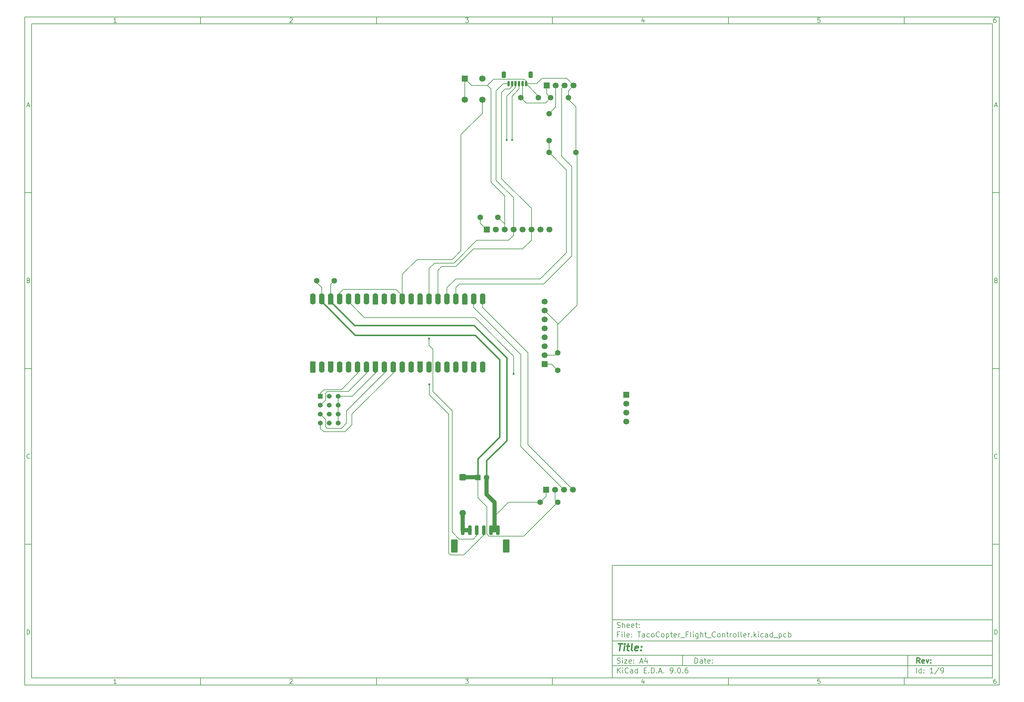
<source format=gtl>
%TF.GenerationSoftware,KiCad,Pcbnew,9.0.6*%
%TF.CreationDate,2025-12-22T22:43:42-05:00*%
%TF.ProjectId,TacoCopter_Flight_Controller,5461636f-436f-4707-9465-725f466c6967,rev?*%
%TF.SameCoordinates,Original*%
%TF.FileFunction,Copper,L1,Top*%
%TF.FilePolarity,Positive*%
%FSLAX46Y46*%
G04 Gerber Fmt 4.6, Leading zero omitted, Abs format (unit mm)*
G04 Created by KiCad (PCBNEW 9.0.6) date 2025-12-22 22:43:42*
%MOMM*%
%LPD*%
G01*
G04 APERTURE LIST*
G04 Aperture macros list*
%AMRoundRect*
0 Rectangle with rounded corners*
0 $1 Rounding radius*
0 $2 $3 $4 $5 $6 $7 $8 $9 X,Y pos of 4 corners*
0 Add a 4 corners polygon primitive as box body*
4,1,4,$2,$3,$4,$5,$6,$7,$8,$9,$2,$3,0*
0 Add four circle primitives for the rounded corners*
1,1,$1+$1,$2,$3*
1,1,$1+$1,$4,$5*
1,1,$1+$1,$6,$7*
1,1,$1+$1,$8,$9*
0 Add four rect primitives between the rounded corners*
20,1,$1+$1,$2,$3,$4,$5,0*
20,1,$1+$1,$4,$5,$6,$7,0*
20,1,$1+$1,$6,$7,$8,$9,0*
20,1,$1+$1,$8,$9,$2,$3,0*%
%AMFreePoly0*
4,1,37,0.800000,0.796148,0.878414,0.796148,1.032228,0.765552,1.177117,0.705537,1.307515,0.618408,1.418408,0.507515,1.505537,0.377117,1.565552,0.232228,1.596148,0.078414,1.596148,-0.078414,1.565552,-0.232228,1.505537,-0.377117,1.418408,-0.507515,1.307515,-0.618408,1.177117,-0.705537,1.032228,-0.765552,0.878414,-0.796148,0.800000,-0.796148,0.800000,-0.800000,-1.400000,-0.800000,
-1.403843,-0.796157,-1.439018,-0.796157,-1.511114,-0.766294,-1.566294,-0.711114,-1.596157,-0.639018,-1.596157,-0.603843,-1.600000,-0.600000,-1.600000,0.600000,-1.596157,0.603843,-1.596157,0.639018,-1.566294,0.711114,-1.511114,0.766294,-1.439018,0.796157,-1.403843,0.796157,-1.400000,0.800000,0.800000,0.800000,0.800000,0.796148,0.800000,0.796148,$1*%
%AMFreePoly1*
4,1,37,0.000000,0.796148,0.078414,0.796148,0.232228,0.765552,0.377117,0.705537,0.507515,0.618408,0.618408,0.507515,0.705537,0.377117,0.765552,0.232228,0.796148,0.078414,0.796148,-0.078414,0.765552,-0.232228,0.705537,-0.377117,0.618408,-0.507515,0.507515,-0.618408,0.377117,-0.705537,0.232228,-0.765552,0.078414,-0.796148,0.000000,-0.796148,0.000000,-0.800000,-0.600000,-0.800000,
-0.603843,-0.796157,-0.639018,-0.796157,-0.711114,-0.766294,-0.766294,-0.711114,-0.796157,-0.639018,-0.796157,-0.603843,-0.800000,-0.600000,-0.800000,0.600000,-0.796157,0.603843,-0.796157,0.639018,-0.766294,0.711114,-0.711114,0.766294,-0.639018,0.796157,-0.603843,0.796157,-0.600000,0.800000,0.000000,0.800000,0.000000,0.796148,0.000000,0.796148,$1*%
%AMFreePoly2*
4,1,37,0.603843,0.796157,0.639018,0.796157,0.711114,0.766294,0.766294,0.711114,0.796157,0.639018,0.796157,0.603843,0.800000,0.600000,0.800000,-0.600000,0.796157,-0.603843,0.796157,-0.639018,0.766294,-0.711114,0.711114,-0.766294,0.639018,-0.796157,0.603843,-0.796157,0.600000,-0.800000,0.000000,-0.800000,0.000000,-0.796148,-0.078414,-0.796148,-0.232228,-0.765552,-0.377117,-0.705537,
-0.507515,-0.618408,-0.618408,-0.507515,-0.705537,-0.377117,-0.765552,-0.232228,-0.796148,-0.078414,-0.796148,0.078414,-0.765552,0.232228,-0.705537,0.377117,-0.618408,0.507515,-0.507515,0.618408,-0.377117,0.705537,-0.232228,0.765552,-0.078414,0.796148,0.000000,0.796148,0.000000,0.800000,0.600000,0.800000,0.603843,0.796157,0.603843,0.796157,$1*%
%AMFreePoly3*
4,1,37,1.403843,0.796157,1.439018,0.796157,1.511114,0.766294,1.566294,0.711114,1.596157,0.639018,1.596157,0.603843,1.600000,0.600000,1.600000,-0.600000,1.596157,-0.603843,1.596157,-0.639018,1.566294,-0.711114,1.511114,-0.766294,1.439018,-0.796157,1.403843,-0.796157,1.400000,-0.800000,-0.800000,-0.800000,-0.800000,-0.796148,-0.878414,-0.796148,-1.032228,-0.765552,-1.177117,-0.705537,
-1.307515,-0.618408,-1.418408,-0.507515,-1.505537,-0.377117,-1.565552,-0.232228,-1.596148,-0.078414,-1.596148,0.078414,-1.565552,0.232228,-1.505537,0.377117,-1.418408,0.507515,-1.307515,0.618408,-1.177117,0.705537,-1.032228,0.765552,-0.878414,0.796148,-0.800000,0.796148,-0.800000,0.800000,1.400000,0.800000,1.403843,0.796157,1.403843,0.796157,$1*%
G04 Aperture macros list end*
%ADD10C,0.100000*%
%ADD11C,0.150000*%
%ADD12C,0.300000*%
%ADD13C,0.400000*%
%TA.AperFunction,ComponentPad*%
%ADD14R,1.700000X1.700000*%
%TD*%
%TA.AperFunction,ComponentPad*%
%ADD15C,1.700000*%
%TD*%
%TA.AperFunction,SMDPad,CuDef*%
%ADD16RoundRect,0.800000X0.000010X-0.800000X0.000010X0.800000X-0.000010X0.800000X-0.000010X-0.800000X0*%
%TD*%
%TA.AperFunction,ComponentPad*%
%ADD17C,1.600000*%
%TD*%
%TA.AperFunction,SMDPad,CuDef*%
%ADD18FreePoly0,90.000000*%
%TD*%
%TA.AperFunction,ComponentPad*%
%ADD19FreePoly1,90.000000*%
%TD*%
%TA.AperFunction,ComponentPad*%
%ADD20FreePoly2,90.000000*%
%TD*%
%TA.AperFunction,SMDPad,CuDef*%
%ADD21FreePoly3,90.000000*%
%TD*%
%TA.AperFunction,ComponentPad*%
%ADD22RoundRect,0.200000X0.600000X-0.600000X0.600000X0.600000X-0.600000X0.600000X-0.600000X-0.600000X0*%
%TD*%
%TA.AperFunction,ComponentPad*%
%ADD23RoundRect,0.250000X-0.550000X-0.550000X0.550000X-0.550000X0.550000X0.550000X-0.550000X0.550000X0*%
%TD*%
%TA.AperFunction,ComponentPad*%
%ADD24R,1.800000X1.800000*%
%TD*%
%TA.AperFunction,ComponentPad*%
%ADD25C,1.800000*%
%TD*%
%TA.AperFunction,SMDPad,CuDef*%
%ADD26RoundRect,0.250000X-0.250000X-1.100000X0.250000X-1.100000X0.250000X1.100000X-0.250000X1.100000X0*%
%TD*%
%TA.AperFunction,SMDPad,CuDef*%
%ADD27RoundRect,0.250000X-0.650000X-1.650000X0.650000X-1.650000X0.650000X1.650000X-0.650000X1.650000X0*%
%TD*%
%TA.AperFunction,ComponentPad*%
%ADD28R,1.370000X1.370000*%
%TD*%
%TA.AperFunction,ComponentPad*%
%ADD29C,1.370000*%
%TD*%
%TA.AperFunction,SMDPad,CuDef*%
%ADD30RoundRect,0.150000X-0.150000X-0.625000X0.150000X-0.625000X0.150000X0.625000X-0.150000X0.625000X0*%
%TD*%
%TA.AperFunction,SMDPad,CuDef*%
%ADD31RoundRect,0.250000X-0.350000X-0.650000X0.350000X-0.650000X0.350000X0.650000X-0.350000X0.650000X0*%
%TD*%
%TA.AperFunction,ComponentPad*%
%ADD32RoundRect,0.250000X-0.650000X0.650000X-0.650000X-0.650000X0.650000X-0.650000X0.650000X0.650000X0*%
%TD*%
%TA.AperFunction,ViaPad*%
%ADD33C,0.600000*%
%TD*%
%TA.AperFunction,Conductor*%
%ADD34C,0.200000*%
%TD*%
%TA.AperFunction,Conductor*%
%ADD35C,0.400000*%
%TD*%
%TA.AperFunction,Conductor*%
%ADD36C,1.200000*%
%TD*%
G04 APERTURE END LIST*
D10*
D11*
X177002200Y-166007200D02*
X285002200Y-166007200D01*
X285002200Y-198007200D01*
X177002200Y-198007200D01*
X177002200Y-166007200D01*
D10*
D11*
X10000000Y-10000000D02*
X287002200Y-10000000D01*
X287002200Y-200007200D01*
X10000000Y-200007200D01*
X10000000Y-10000000D01*
D10*
D11*
X12000000Y-12000000D02*
X285002200Y-12000000D01*
X285002200Y-198007200D01*
X12000000Y-198007200D01*
X12000000Y-12000000D01*
D10*
D11*
X60000000Y-12000000D02*
X60000000Y-10000000D01*
D10*
D11*
X110000000Y-12000000D02*
X110000000Y-10000000D01*
D10*
D11*
X160000000Y-12000000D02*
X160000000Y-10000000D01*
D10*
D11*
X210000000Y-12000000D02*
X210000000Y-10000000D01*
D10*
D11*
X260000000Y-12000000D02*
X260000000Y-10000000D01*
D10*
D11*
X36089160Y-11593604D02*
X35346303Y-11593604D01*
X35717731Y-11593604D02*
X35717731Y-10293604D01*
X35717731Y-10293604D02*
X35593922Y-10479319D01*
X35593922Y-10479319D02*
X35470112Y-10603128D01*
X35470112Y-10603128D02*
X35346303Y-10665033D01*
D10*
D11*
X85346303Y-10417414D02*
X85408207Y-10355509D01*
X85408207Y-10355509D02*
X85532017Y-10293604D01*
X85532017Y-10293604D02*
X85841541Y-10293604D01*
X85841541Y-10293604D02*
X85965350Y-10355509D01*
X85965350Y-10355509D02*
X86027255Y-10417414D01*
X86027255Y-10417414D02*
X86089160Y-10541223D01*
X86089160Y-10541223D02*
X86089160Y-10665033D01*
X86089160Y-10665033D02*
X86027255Y-10850747D01*
X86027255Y-10850747D02*
X85284398Y-11593604D01*
X85284398Y-11593604D02*
X86089160Y-11593604D01*
D10*
D11*
X135284398Y-10293604D02*
X136089160Y-10293604D01*
X136089160Y-10293604D02*
X135655826Y-10788842D01*
X135655826Y-10788842D02*
X135841541Y-10788842D01*
X135841541Y-10788842D02*
X135965350Y-10850747D01*
X135965350Y-10850747D02*
X136027255Y-10912652D01*
X136027255Y-10912652D02*
X136089160Y-11036461D01*
X136089160Y-11036461D02*
X136089160Y-11345985D01*
X136089160Y-11345985D02*
X136027255Y-11469795D01*
X136027255Y-11469795D02*
X135965350Y-11531700D01*
X135965350Y-11531700D02*
X135841541Y-11593604D01*
X135841541Y-11593604D02*
X135470112Y-11593604D01*
X135470112Y-11593604D02*
X135346303Y-11531700D01*
X135346303Y-11531700D02*
X135284398Y-11469795D01*
D10*
D11*
X185965350Y-10726938D02*
X185965350Y-11593604D01*
X185655826Y-10231700D02*
X185346303Y-11160271D01*
X185346303Y-11160271D02*
X186151064Y-11160271D01*
D10*
D11*
X236027255Y-10293604D02*
X235408207Y-10293604D01*
X235408207Y-10293604D02*
X235346303Y-10912652D01*
X235346303Y-10912652D02*
X235408207Y-10850747D01*
X235408207Y-10850747D02*
X235532017Y-10788842D01*
X235532017Y-10788842D02*
X235841541Y-10788842D01*
X235841541Y-10788842D02*
X235965350Y-10850747D01*
X235965350Y-10850747D02*
X236027255Y-10912652D01*
X236027255Y-10912652D02*
X236089160Y-11036461D01*
X236089160Y-11036461D02*
X236089160Y-11345985D01*
X236089160Y-11345985D02*
X236027255Y-11469795D01*
X236027255Y-11469795D02*
X235965350Y-11531700D01*
X235965350Y-11531700D02*
X235841541Y-11593604D01*
X235841541Y-11593604D02*
X235532017Y-11593604D01*
X235532017Y-11593604D02*
X235408207Y-11531700D01*
X235408207Y-11531700D02*
X235346303Y-11469795D01*
D10*
D11*
X285965350Y-10293604D02*
X285717731Y-10293604D01*
X285717731Y-10293604D02*
X285593922Y-10355509D01*
X285593922Y-10355509D02*
X285532017Y-10417414D01*
X285532017Y-10417414D02*
X285408207Y-10603128D01*
X285408207Y-10603128D02*
X285346303Y-10850747D01*
X285346303Y-10850747D02*
X285346303Y-11345985D01*
X285346303Y-11345985D02*
X285408207Y-11469795D01*
X285408207Y-11469795D02*
X285470112Y-11531700D01*
X285470112Y-11531700D02*
X285593922Y-11593604D01*
X285593922Y-11593604D02*
X285841541Y-11593604D01*
X285841541Y-11593604D02*
X285965350Y-11531700D01*
X285965350Y-11531700D02*
X286027255Y-11469795D01*
X286027255Y-11469795D02*
X286089160Y-11345985D01*
X286089160Y-11345985D02*
X286089160Y-11036461D01*
X286089160Y-11036461D02*
X286027255Y-10912652D01*
X286027255Y-10912652D02*
X285965350Y-10850747D01*
X285965350Y-10850747D02*
X285841541Y-10788842D01*
X285841541Y-10788842D02*
X285593922Y-10788842D01*
X285593922Y-10788842D02*
X285470112Y-10850747D01*
X285470112Y-10850747D02*
X285408207Y-10912652D01*
X285408207Y-10912652D02*
X285346303Y-11036461D01*
D10*
D11*
X60000000Y-198007200D02*
X60000000Y-200007200D01*
D10*
D11*
X110000000Y-198007200D02*
X110000000Y-200007200D01*
D10*
D11*
X160000000Y-198007200D02*
X160000000Y-200007200D01*
D10*
D11*
X210000000Y-198007200D02*
X210000000Y-200007200D01*
D10*
D11*
X260000000Y-198007200D02*
X260000000Y-200007200D01*
D10*
D11*
X36089160Y-199600804D02*
X35346303Y-199600804D01*
X35717731Y-199600804D02*
X35717731Y-198300804D01*
X35717731Y-198300804D02*
X35593922Y-198486519D01*
X35593922Y-198486519D02*
X35470112Y-198610328D01*
X35470112Y-198610328D02*
X35346303Y-198672233D01*
D10*
D11*
X85346303Y-198424614D02*
X85408207Y-198362709D01*
X85408207Y-198362709D02*
X85532017Y-198300804D01*
X85532017Y-198300804D02*
X85841541Y-198300804D01*
X85841541Y-198300804D02*
X85965350Y-198362709D01*
X85965350Y-198362709D02*
X86027255Y-198424614D01*
X86027255Y-198424614D02*
X86089160Y-198548423D01*
X86089160Y-198548423D02*
X86089160Y-198672233D01*
X86089160Y-198672233D02*
X86027255Y-198857947D01*
X86027255Y-198857947D02*
X85284398Y-199600804D01*
X85284398Y-199600804D02*
X86089160Y-199600804D01*
D10*
D11*
X135284398Y-198300804D02*
X136089160Y-198300804D01*
X136089160Y-198300804D02*
X135655826Y-198796042D01*
X135655826Y-198796042D02*
X135841541Y-198796042D01*
X135841541Y-198796042D02*
X135965350Y-198857947D01*
X135965350Y-198857947D02*
X136027255Y-198919852D01*
X136027255Y-198919852D02*
X136089160Y-199043661D01*
X136089160Y-199043661D02*
X136089160Y-199353185D01*
X136089160Y-199353185D02*
X136027255Y-199476995D01*
X136027255Y-199476995D02*
X135965350Y-199538900D01*
X135965350Y-199538900D02*
X135841541Y-199600804D01*
X135841541Y-199600804D02*
X135470112Y-199600804D01*
X135470112Y-199600804D02*
X135346303Y-199538900D01*
X135346303Y-199538900D02*
X135284398Y-199476995D01*
D10*
D11*
X185965350Y-198734138D02*
X185965350Y-199600804D01*
X185655826Y-198238900D02*
X185346303Y-199167471D01*
X185346303Y-199167471D02*
X186151064Y-199167471D01*
D10*
D11*
X236027255Y-198300804D02*
X235408207Y-198300804D01*
X235408207Y-198300804D02*
X235346303Y-198919852D01*
X235346303Y-198919852D02*
X235408207Y-198857947D01*
X235408207Y-198857947D02*
X235532017Y-198796042D01*
X235532017Y-198796042D02*
X235841541Y-198796042D01*
X235841541Y-198796042D02*
X235965350Y-198857947D01*
X235965350Y-198857947D02*
X236027255Y-198919852D01*
X236027255Y-198919852D02*
X236089160Y-199043661D01*
X236089160Y-199043661D02*
X236089160Y-199353185D01*
X236089160Y-199353185D02*
X236027255Y-199476995D01*
X236027255Y-199476995D02*
X235965350Y-199538900D01*
X235965350Y-199538900D02*
X235841541Y-199600804D01*
X235841541Y-199600804D02*
X235532017Y-199600804D01*
X235532017Y-199600804D02*
X235408207Y-199538900D01*
X235408207Y-199538900D02*
X235346303Y-199476995D01*
D10*
D11*
X285965350Y-198300804D02*
X285717731Y-198300804D01*
X285717731Y-198300804D02*
X285593922Y-198362709D01*
X285593922Y-198362709D02*
X285532017Y-198424614D01*
X285532017Y-198424614D02*
X285408207Y-198610328D01*
X285408207Y-198610328D02*
X285346303Y-198857947D01*
X285346303Y-198857947D02*
X285346303Y-199353185D01*
X285346303Y-199353185D02*
X285408207Y-199476995D01*
X285408207Y-199476995D02*
X285470112Y-199538900D01*
X285470112Y-199538900D02*
X285593922Y-199600804D01*
X285593922Y-199600804D02*
X285841541Y-199600804D01*
X285841541Y-199600804D02*
X285965350Y-199538900D01*
X285965350Y-199538900D02*
X286027255Y-199476995D01*
X286027255Y-199476995D02*
X286089160Y-199353185D01*
X286089160Y-199353185D02*
X286089160Y-199043661D01*
X286089160Y-199043661D02*
X286027255Y-198919852D01*
X286027255Y-198919852D02*
X285965350Y-198857947D01*
X285965350Y-198857947D02*
X285841541Y-198796042D01*
X285841541Y-198796042D02*
X285593922Y-198796042D01*
X285593922Y-198796042D02*
X285470112Y-198857947D01*
X285470112Y-198857947D02*
X285408207Y-198919852D01*
X285408207Y-198919852D02*
X285346303Y-199043661D01*
D10*
D11*
X10000000Y-60000000D02*
X12000000Y-60000000D01*
D10*
D11*
X10000000Y-110000000D02*
X12000000Y-110000000D01*
D10*
D11*
X10000000Y-160000000D02*
X12000000Y-160000000D01*
D10*
D11*
X10690476Y-35222176D02*
X11309523Y-35222176D01*
X10566666Y-35593604D02*
X10999999Y-34293604D01*
X10999999Y-34293604D02*
X11433333Y-35593604D01*
D10*
D11*
X11092857Y-84912652D02*
X11278571Y-84974557D01*
X11278571Y-84974557D02*
X11340476Y-85036461D01*
X11340476Y-85036461D02*
X11402380Y-85160271D01*
X11402380Y-85160271D02*
X11402380Y-85345985D01*
X11402380Y-85345985D02*
X11340476Y-85469795D01*
X11340476Y-85469795D02*
X11278571Y-85531700D01*
X11278571Y-85531700D02*
X11154761Y-85593604D01*
X11154761Y-85593604D02*
X10659523Y-85593604D01*
X10659523Y-85593604D02*
X10659523Y-84293604D01*
X10659523Y-84293604D02*
X11092857Y-84293604D01*
X11092857Y-84293604D02*
X11216666Y-84355509D01*
X11216666Y-84355509D02*
X11278571Y-84417414D01*
X11278571Y-84417414D02*
X11340476Y-84541223D01*
X11340476Y-84541223D02*
X11340476Y-84665033D01*
X11340476Y-84665033D02*
X11278571Y-84788842D01*
X11278571Y-84788842D02*
X11216666Y-84850747D01*
X11216666Y-84850747D02*
X11092857Y-84912652D01*
X11092857Y-84912652D02*
X10659523Y-84912652D01*
D10*
D11*
X11402380Y-135469795D02*
X11340476Y-135531700D01*
X11340476Y-135531700D02*
X11154761Y-135593604D01*
X11154761Y-135593604D02*
X11030952Y-135593604D01*
X11030952Y-135593604D02*
X10845238Y-135531700D01*
X10845238Y-135531700D02*
X10721428Y-135407890D01*
X10721428Y-135407890D02*
X10659523Y-135284080D01*
X10659523Y-135284080D02*
X10597619Y-135036461D01*
X10597619Y-135036461D02*
X10597619Y-134850747D01*
X10597619Y-134850747D02*
X10659523Y-134603128D01*
X10659523Y-134603128D02*
X10721428Y-134479319D01*
X10721428Y-134479319D02*
X10845238Y-134355509D01*
X10845238Y-134355509D02*
X11030952Y-134293604D01*
X11030952Y-134293604D02*
X11154761Y-134293604D01*
X11154761Y-134293604D02*
X11340476Y-134355509D01*
X11340476Y-134355509D02*
X11402380Y-134417414D01*
D10*
D11*
X10659523Y-185593604D02*
X10659523Y-184293604D01*
X10659523Y-184293604D02*
X10969047Y-184293604D01*
X10969047Y-184293604D02*
X11154761Y-184355509D01*
X11154761Y-184355509D02*
X11278571Y-184479319D01*
X11278571Y-184479319D02*
X11340476Y-184603128D01*
X11340476Y-184603128D02*
X11402380Y-184850747D01*
X11402380Y-184850747D02*
X11402380Y-185036461D01*
X11402380Y-185036461D02*
X11340476Y-185284080D01*
X11340476Y-185284080D02*
X11278571Y-185407890D01*
X11278571Y-185407890D02*
X11154761Y-185531700D01*
X11154761Y-185531700D02*
X10969047Y-185593604D01*
X10969047Y-185593604D02*
X10659523Y-185593604D01*
D10*
D11*
X287002200Y-60000000D02*
X285002200Y-60000000D01*
D10*
D11*
X287002200Y-110000000D02*
X285002200Y-110000000D01*
D10*
D11*
X287002200Y-160000000D02*
X285002200Y-160000000D01*
D10*
D11*
X285692676Y-35222176D02*
X286311723Y-35222176D01*
X285568866Y-35593604D02*
X286002199Y-34293604D01*
X286002199Y-34293604D02*
X286435533Y-35593604D01*
D10*
D11*
X286095057Y-84912652D02*
X286280771Y-84974557D01*
X286280771Y-84974557D02*
X286342676Y-85036461D01*
X286342676Y-85036461D02*
X286404580Y-85160271D01*
X286404580Y-85160271D02*
X286404580Y-85345985D01*
X286404580Y-85345985D02*
X286342676Y-85469795D01*
X286342676Y-85469795D02*
X286280771Y-85531700D01*
X286280771Y-85531700D02*
X286156961Y-85593604D01*
X286156961Y-85593604D02*
X285661723Y-85593604D01*
X285661723Y-85593604D02*
X285661723Y-84293604D01*
X285661723Y-84293604D02*
X286095057Y-84293604D01*
X286095057Y-84293604D02*
X286218866Y-84355509D01*
X286218866Y-84355509D02*
X286280771Y-84417414D01*
X286280771Y-84417414D02*
X286342676Y-84541223D01*
X286342676Y-84541223D02*
X286342676Y-84665033D01*
X286342676Y-84665033D02*
X286280771Y-84788842D01*
X286280771Y-84788842D02*
X286218866Y-84850747D01*
X286218866Y-84850747D02*
X286095057Y-84912652D01*
X286095057Y-84912652D02*
X285661723Y-84912652D01*
D10*
D11*
X286404580Y-135469795D02*
X286342676Y-135531700D01*
X286342676Y-135531700D02*
X286156961Y-135593604D01*
X286156961Y-135593604D02*
X286033152Y-135593604D01*
X286033152Y-135593604D02*
X285847438Y-135531700D01*
X285847438Y-135531700D02*
X285723628Y-135407890D01*
X285723628Y-135407890D02*
X285661723Y-135284080D01*
X285661723Y-135284080D02*
X285599819Y-135036461D01*
X285599819Y-135036461D02*
X285599819Y-134850747D01*
X285599819Y-134850747D02*
X285661723Y-134603128D01*
X285661723Y-134603128D02*
X285723628Y-134479319D01*
X285723628Y-134479319D02*
X285847438Y-134355509D01*
X285847438Y-134355509D02*
X286033152Y-134293604D01*
X286033152Y-134293604D02*
X286156961Y-134293604D01*
X286156961Y-134293604D02*
X286342676Y-134355509D01*
X286342676Y-134355509D02*
X286404580Y-134417414D01*
D10*
D11*
X285661723Y-185593604D02*
X285661723Y-184293604D01*
X285661723Y-184293604D02*
X285971247Y-184293604D01*
X285971247Y-184293604D02*
X286156961Y-184355509D01*
X286156961Y-184355509D02*
X286280771Y-184479319D01*
X286280771Y-184479319D02*
X286342676Y-184603128D01*
X286342676Y-184603128D02*
X286404580Y-184850747D01*
X286404580Y-184850747D02*
X286404580Y-185036461D01*
X286404580Y-185036461D02*
X286342676Y-185284080D01*
X286342676Y-185284080D02*
X286280771Y-185407890D01*
X286280771Y-185407890D02*
X286156961Y-185531700D01*
X286156961Y-185531700D02*
X285971247Y-185593604D01*
X285971247Y-185593604D02*
X285661723Y-185593604D01*
D10*
D11*
X200458026Y-193793328D02*
X200458026Y-192293328D01*
X200458026Y-192293328D02*
X200815169Y-192293328D01*
X200815169Y-192293328D02*
X201029455Y-192364757D01*
X201029455Y-192364757D02*
X201172312Y-192507614D01*
X201172312Y-192507614D02*
X201243741Y-192650471D01*
X201243741Y-192650471D02*
X201315169Y-192936185D01*
X201315169Y-192936185D02*
X201315169Y-193150471D01*
X201315169Y-193150471D02*
X201243741Y-193436185D01*
X201243741Y-193436185D02*
X201172312Y-193579042D01*
X201172312Y-193579042D02*
X201029455Y-193721900D01*
X201029455Y-193721900D02*
X200815169Y-193793328D01*
X200815169Y-193793328D02*
X200458026Y-193793328D01*
X202600884Y-193793328D02*
X202600884Y-193007614D01*
X202600884Y-193007614D02*
X202529455Y-192864757D01*
X202529455Y-192864757D02*
X202386598Y-192793328D01*
X202386598Y-192793328D02*
X202100884Y-192793328D01*
X202100884Y-192793328D02*
X201958026Y-192864757D01*
X202600884Y-193721900D02*
X202458026Y-193793328D01*
X202458026Y-193793328D02*
X202100884Y-193793328D01*
X202100884Y-193793328D02*
X201958026Y-193721900D01*
X201958026Y-193721900D02*
X201886598Y-193579042D01*
X201886598Y-193579042D02*
X201886598Y-193436185D01*
X201886598Y-193436185D02*
X201958026Y-193293328D01*
X201958026Y-193293328D02*
X202100884Y-193221900D01*
X202100884Y-193221900D02*
X202458026Y-193221900D01*
X202458026Y-193221900D02*
X202600884Y-193150471D01*
X203100884Y-192793328D02*
X203672312Y-192793328D01*
X203315169Y-192293328D02*
X203315169Y-193579042D01*
X203315169Y-193579042D02*
X203386598Y-193721900D01*
X203386598Y-193721900D02*
X203529455Y-193793328D01*
X203529455Y-193793328D02*
X203672312Y-193793328D01*
X204743741Y-193721900D02*
X204600884Y-193793328D01*
X204600884Y-193793328D02*
X204315170Y-193793328D01*
X204315170Y-193793328D02*
X204172312Y-193721900D01*
X204172312Y-193721900D02*
X204100884Y-193579042D01*
X204100884Y-193579042D02*
X204100884Y-193007614D01*
X204100884Y-193007614D02*
X204172312Y-192864757D01*
X204172312Y-192864757D02*
X204315170Y-192793328D01*
X204315170Y-192793328D02*
X204600884Y-192793328D01*
X204600884Y-192793328D02*
X204743741Y-192864757D01*
X204743741Y-192864757D02*
X204815170Y-193007614D01*
X204815170Y-193007614D02*
X204815170Y-193150471D01*
X204815170Y-193150471D02*
X204100884Y-193293328D01*
X205458026Y-193650471D02*
X205529455Y-193721900D01*
X205529455Y-193721900D02*
X205458026Y-193793328D01*
X205458026Y-193793328D02*
X205386598Y-193721900D01*
X205386598Y-193721900D02*
X205458026Y-193650471D01*
X205458026Y-193650471D02*
X205458026Y-193793328D01*
X205458026Y-192864757D02*
X205529455Y-192936185D01*
X205529455Y-192936185D02*
X205458026Y-193007614D01*
X205458026Y-193007614D02*
X205386598Y-192936185D01*
X205386598Y-192936185D02*
X205458026Y-192864757D01*
X205458026Y-192864757D02*
X205458026Y-193007614D01*
D10*
D11*
X177002200Y-194507200D02*
X285002200Y-194507200D01*
D10*
D11*
X178458026Y-196593328D02*
X178458026Y-195093328D01*
X179315169Y-196593328D02*
X178672312Y-195736185D01*
X179315169Y-195093328D02*
X178458026Y-195950471D01*
X179958026Y-196593328D02*
X179958026Y-195593328D01*
X179958026Y-195093328D02*
X179886598Y-195164757D01*
X179886598Y-195164757D02*
X179958026Y-195236185D01*
X179958026Y-195236185D02*
X180029455Y-195164757D01*
X180029455Y-195164757D02*
X179958026Y-195093328D01*
X179958026Y-195093328D02*
X179958026Y-195236185D01*
X181529455Y-196450471D02*
X181458027Y-196521900D01*
X181458027Y-196521900D02*
X181243741Y-196593328D01*
X181243741Y-196593328D02*
X181100884Y-196593328D01*
X181100884Y-196593328D02*
X180886598Y-196521900D01*
X180886598Y-196521900D02*
X180743741Y-196379042D01*
X180743741Y-196379042D02*
X180672312Y-196236185D01*
X180672312Y-196236185D02*
X180600884Y-195950471D01*
X180600884Y-195950471D02*
X180600884Y-195736185D01*
X180600884Y-195736185D02*
X180672312Y-195450471D01*
X180672312Y-195450471D02*
X180743741Y-195307614D01*
X180743741Y-195307614D02*
X180886598Y-195164757D01*
X180886598Y-195164757D02*
X181100884Y-195093328D01*
X181100884Y-195093328D02*
X181243741Y-195093328D01*
X181243741Y-195093328D02*
X181458027Y-195164757D01*
X181458027Y-195164757D02*
X181529455Y-195236185D01*
X182815170Y-196593328D02*
X182815170Y-195807614D01*
X182815170Y-195807614D02*
X182743741Y-195664757D01*
X182743741Y-195664757D02*
X182600884Y-195593328D01*
X182600884Y-195593328D02*
X182315170Y-195593328D01*
X182315170Y-195593328D02*
X182172312Y-195664757D01*
X182815170Y-196521900D02*
X182672312Y-196593328D01*
X182672312Y-196593328D02*
X182315170Y-196593328D01*
X182315170Y-196593328D02*
X182172312Y-196521900D01*
X182172312Y-196521900D02*
X182100884Y-196379042D01*
X182100884Y-196379042D02*
X182100884Y-196236185D01*
X182100884Y-196236185D02*
X182172312Y-196093328D01*
X182172312Y-196093328D02*
X182315170Y-196021900D01*
X182315170Y-196021900D02*
X182672312Y-196021900D01*
X182672312Y-196021900D02*
X182815170Y-195950471D01*
X184172313Y-196593328D02*
X184172313Y-195093328D01*
X184172313Y-196521900D02*
X184029455Y-196593328D01*
X184029455Y-196593328D02*
X183743741Y-196593328D01*
X183743741Y-196593328D02*
X183600884Y-196521900D01*
X183600884Y-196521900D02*
X183529455Y-196450471D01*
X183529455Y-196450471D02*
X183458027Y-196307614D01*
X183458027Y-196307614D02*
X183458027Y-195879042D01*
X183458027Y-195879042D02*
X183529455Y-195736185D01*
X183529455Y-195736185D02*
X183600884Y-195664757D01*
X183600884Y-195664757D02*
X183743741Y-195593328D01*
X183743741Y-195593328D02*
X184029455Y-195593328D01*
X184029455Y-195593328D02*
X184172313Y-195664757D01*
X186029455Y-195807614D02*
X186529455Y-195807614D01*
X186743741Y-196593328D02*
X186029455Y-196593328D01*
X186029455Y-196593328D02*
X186029455Y-195093328D01*
X186029455Y-195093328D02*
X186743741Y-195093328D01*
X187386598Y-196450471D02*
X187458027Y-196521900D01*
X187458027Y-196521900D02*
X187386598Y-196593328D01*
X187386598Y-196593328D02*
X187315170Y-196521900D01*
X187315170Y-196521900D02*
X187386598Y-196450471D01*
X187386598Y-196450471D02*
X187386598Y-196593328D01*
X188100884Y-196593328D02*
X188100884Y-195093328D01*
X188100884Y-195093328D02*
X188458027Y-195093328D01*
X188458027Y-195093328D02*
X188672313Y-195164757D01*
X188672313Y-195164757D02*
X188815170Y-195307614D01*
X188815170Y-195307614D02*
X188886599Y-195450471D01*
X188886599Y-195450471D02*
X188958027Y-195736185D01*
X188958027Y-195736185D02*
X188958027Y-195950471D01*
X188958027Y-195950471D02*
X188886599Y-196236185D01*
X188886599Y-196236185D02*
X188815170Y-196379042D01*
X188815170Y-196379042D02*
X188672313Y-196521900D01*
X188672313Y-196521900D02*
X188458027Y-196593328D01*
X188458027Y-196593328D02*
X188100884Y-196593328D01*
X189600884Y-196450471D02*
X189672313Y-196521900D01*
X189672313Y-196521900D02*
X189600884Y-196593328D01*
X189600884Y-196593328D02*
X189529456Y-196521900D01*
X189529456Y-196521900D02*
X189600884Y-196450471D01*
X189600884Y-196450471D02*
X189600884Y-196593328D01*
X190243742Y-196164757D02*
X190958028Y-196164757D01*
X190100885Y-196593328D02*
X190600885Y-195093328D01*
X190600885Y-195093328D02*
X191100885Y-196593328D01*
X191600884Y-196450471D02*
X191672313Y-196521900D01*
X191672313Y-196521900D02*
X191600884Y-196593328D01*
X191600884Y-196593328D02*
X191529456Y-196521900D01*
X191529456Y-196521900D02*
X191600884Y-196450471D01*
X191600884Y-196450471D02*
X191600884Y-196593328D01*
X193529456Y-196593328D02*
X193815170Y-196593328D01*
X193815170Y-196593328D02*
X193958027Y-196521900D01*
X193958027Y-196521900D02*
X194029456Y-196450471D01*
X194029456Y-196450471D02*
X194172313Y-196236185D01*
X194172313Y-196236185D02*
X194243742Y-195950471D01*
X194243742Y-195950471D02*
X194243742Y-195379042D01*
X194243742Y-195379042D02*
X194172313Y-195236185D01*
X194172313Y-195236185D02*
X194100885Y-195164757D01*
X194100885Y-195164757D02*
X193958027Y-195093328D01*
X193958027Y-195093328D02*
X193672313Y-195093328D01*
X193672313Y-195093328D02*
X193529456Y-195164757D01*
X193529456Y-195164757D02*
X193458027Y-195236185D01*
X193458027Y-195236185D02*
X193386599Y-195379042D01*
X193386599Y-195379042D02*
X193386599Y-195736185D01*
X193386599Y-195736185D02*
X193458027Y-195879042D01*
X193458027Y-195879042D02*
X193529456Y-195950471D01*
X193529456Y-195950471D02*
X193672313Y-196021900D01*
X193672313Y-196021900D02*
X193958027Y-196021900D01*
X193958027Y-196021900D02*
X194100885Y-195950471D01*
X194100885Y-195950471D02*
X194172313Y-195879042D01*
X194172313Y-195879042D02*
X194243742Y-195736185D01*
X194886598Y-196450471D02*
X194958027Y-196521900D01*
X194958027Y-196521900D02*
X194886598Y-196593328D01*
X194886598Y-196593328D02*
X194815170Y-196521900D01*
X194815170Y-196521900D02*
X194886598Y-196450471D01*
X194886598Y-196450471D02*
X194886598Y-196593328D01*
X195886599Y-195093328D02*
X196029456Y-195093328D01*
X196029456Y-195093328D02*
X196172313Y-195164757D01*
X196172313Y-195164757D02*
X196243742Y-195236185D01*
X196243742Y-195236185D02*
X196315170Y-195379042D01*
X196315170Y-195379042D02*
X196386599Y-195664757D01*
X196386599Y-195664757D02*
X196386599Y-196021900D01*
X196386599Y-196021900D02*
X196315170Y-196307614D01*
X196315170Y-196307614D02*
X196243742Y-196450471D01*
X196243742Y-196450471D02*
X196172313Y-196521900D01*
X196172313Y-196521900D02*
X196029456Y-196593328D01*
X196029456Y-196593328D02*
X195886599Y-196593328D01*
X195886599Y-196593328D02*
X195743742Y-196521900D01*
X195743742Y-196521900D02*
X195672313Y-196450471D01*
X195672313Y-196450471D02*
X195600884Y-196307614D01*
X195600884Y-196307614D02*
X195529456Y-196021900D01*
X195529456Y-196021900D02*
X195529456Y-195664757D01*
X195529456Y-195664757D02*
X195600884Y-195379042D01*
X195600884Y-195379042D02*
X195672313Y-195236185D01*
X195672313Y-195236185D02*
X195743742Y-195164757D01*
X195743742Y-195164757D02*
X195886599Y-195093328D01*
X197029455Y-196450471D02*
X197100884Y-196521900D01*
X197100884Y-196521900D02*
X197029455Y-196593328D01*
X197029455Y-196593328D02*
X196958027Y-196521900D01*
X196958027Y-196521900D02*
X197029455Y-196450471D01*
X197029455Y-196450471D02*
X197029455Y-196593328D01*
X198386599Y-195093328D02*
X198100884Y-195093328D01*
X198100884Y-195093328D02*
X197958027Y-195164757D01*
X197958027Y-195164757D02*
X197886599Y-195236185D01*
X197886599Y-195236185D02*
X197743741Y-195450471D01*
X197743741Y-195450471D02*
X197672313Y-195736185D01*
X197672313Y-195736185D02*
X197672313Y-196307614D01*
X197672313Y-196307614D02*
X197743741Y-196450471D01*
X197743741Y-196450471D02*
X197815170Y-196521900D01*
X197815170Y-196521900D02*
X197958027Y-196593328D01*
X197958027Y-196593328D02*
X198243741Y-196593328D01*
X198243741Y-196593328D02*
X198386599Y-196521900D01*
X198386599Y-196521900D02*
X198458027Y-196450471D01*
X198458027Y-196450471D02*
X198529456Y-196307614D01*
X198529456Y-196307614D02*
X198529456Y-195950471D01*
X198529456Y-195950471D02*
X198458027Y-195807614D01*
X198458027Y-195807614D02*
X198386599Y-195736185D01*
X198386599Y-195736185D02*
X198243741Y-195664757D01*
X198243741Y-195664757D02*
X197958027Y-195664757D01*
X197958027Y-195664757D02*
X197815170Y-195736185D01*
X197815170Y-195736185D02*
X197743741Y-195807614D01*
X197743741Y-195807614D02*
X197672313Y-195950471D01*
D10*
D11*
X177002200Y-191507200D02*
X285002200Y-191507200D01*
D10*
D12*
X264413853Y-193785528D02*
X263913853Y-193071242D01*
X263556710Y-193785528D02*
X263556710Y-192285528D01*
X263556710Y-192285528D02*
X264128139Y-192285528D01*
X264128139Y-192285528D02*
X264270996Y-192356957D01*
X264270996Y-192356957D02*
X264342425Y-192428385D01*
X264342425Y-192428385D02*
X264413853Y-192571242D01*
X264413853Y-192571242D02*
X264413853Y-192785528D01*
X264413853Y-192785528D02*
X264342425Y-192928385D01*
X264342425Y-192928385D02*
X264270996Y-192999814D01*
X264270996Y-192999814D02*
X264128139Y-193071242D01*
X264128139Y-193071242D02*
X263556710Y-193071242D01*
X265628139Y-193714100D02*
X265485282Y-193785528D01*
X265485282Y-193785528D02*
X265199568Y-193785528D01*
X265199568Y-193785528D02*
X265056710Y-193714100D01*
X265056710Y-193714100D02*
X264985282Y-193571242D01*
X264985282Y-193571242D02*
X264985282Y-192999814D01*
X264985282Y-192999814D02*
X265056710Y-192856957D01*
X265056710Y-192856957D02*
X265199568Y-192785528D01*
X265199568Y-192785528D02*
X265485282Y-192785528D01*
X265485282Y-192785528D02*
X265628139Y-192856957D01*
X265628139Y-192856957D02*
X265699568Y-192999814D01*
X265699568Y-192999814D02*
X265699568Y-193142671D01*
X265699568Y-193142671D02*
X264985282Y-193285528D01*
X266199567Y-192785528D02*
X266556710Y-193785528D01*
X266556710Y-193785528D02*
X266913853Y-192785528D01*
X267485281Y-193642671D02*
X267556710Y-193714100D01*
X267556710Y-193714100D02*
X267485281Y-193785528D01*
X267485281Y-193785528D02*
X267413853Y-193714100D01*
X267413853Y-193714100D02*
X267485281Y-193642671D01*
X267485281Y-193642671D02*
X267485281Y-193785528D01*
X267485281Y-192856957D02*
X267556710Y-192928385D01*
X267556710Y-192928385D02*
X267485281Y-192999814D01*
X267485281Y-192999814D02*
X267413853Y-192928385D01*
X267413853Y-192928385D02*
X267485281Y-192856957D01*
X267485281Y-192856957D02*
X267485281Y-192999814D01*
D10*
D11*
X178386598Y-193721900D02*
X178600884Y-193793328D01*
X178600884Y-193793328D02*
X178958026Y-193793328D01*
X178958026Y-193793328D02*
X179100884Y-193721900D01*
X179100884Y-193721900D02*
X179172312Y-193650471D01*
X179172312Y-193650471D02*
X179243741Y-193507614D01*
X179243741Y-193507614D02*
X179243741Y-193364757D01*
X179243741Y-193364757D02*
X179172312Y-193221900D01*
X179172312Y-193221900D02*
X179100884Y-193150471D01*
X179100884Y-193150471D02*
X178958026Y-193079042D01*
X178958026Y-193079042D02*
X178672312Y-193007614D01*
X178672312Y-193007614D02*
X178529455Y-192936185D01*
X178529455Y-192936185D02*
X178458026Y-192864757D01*
X178458026Y-192864757D02*
X178386598Y-192721900D01*
X178386598Y-192721900D02*
X178386598Y-192579042D01*
X178386598Y-192579042D02*
X178458026Y-192436185D01*
X178458026Y-192436185D02*
X178529455Y-192364757D01*
X178529455Y-192364757D02*
X178672312Y-192293328D01*
X178672312Y-192293328D02*
X179029455Y-192293328D01*
X179029455Y-192293328D02*
X179243741Y-192364757D01*
X179886597Y-193793328D02*
X179886597Y-192793328D01*
X179886597Y-192293328D02*
X179815169Y-192364757D01*
X179815169Y-192364757D02*
X179886597Y-192436185D01*
X179886597Y-192436185D02*
X179958026Y-192364757D01*
X179958026Y-192364757D02*
X179886597Y-192293328D01*
X179886597Y-192293328D02*
X179886597Y-192436185D01*
X180458026Y-192793328D02*
X181243741Y-192793328D01*
X181243741Y-192793328D02*
X180458026Y-193793328D01*
X180458026Y-193793328D02*
X181243741Y-193793328D01*
X182386598Y-193721900D02*
X182243741Y-193793328D01*
X182243741Y-193793328D02*
X181958027Y-193793328D01*
X181958027Y-193793328D02*
X181815169Y-193721900D01*
X181815169Y-193721900D02*
X181743741Y-193579042D01*
X181743741Y-193579042D02*
X181743741Y-193007614D01*
X181743741Y-193007614D02*
X181815169Y-192864757D01*
X181815169Y-192864757D02*
X181958027Y-192793328D01*
X181958027Y-192793328D02*
X182243741Y-192793328D01*
X182243741Y-192793328D02*
X182386598Y-192864757D01*
X182386598Y-192864757D02*
X182458027Y-193007614D01*
X182458027Y-193007614D02*
X182458027Y-193150471D01*
X182458027Y-193150471D02*
X181743741Y-193293328D01*
X183100883Y-193650471D02*
X183172312Y-193721900D01*
X183172312Y-193721900D02*
X183100883Y-193793328D01*
X183100883Y-193793328D02*
X183029455Y-193721900D01*
X183029455Y-193721900D02*
X183100883Y-193650471D01*
X183100883Y-193650471D02*
X183100883Y-193793328D01*
X183100883Y-192864757D02*
X183172312Y-192936185D01*
X183172312Y-192936185D02*
X183100883Y-193007614D01*
X183100883Y-193007614D02*
X183029455Y-192936185D01*
X183029455Y-192936185D02*
X183100883Y-192864757D01*
X183100883Y-192864757D02*
X183100883Y-193007614D01*
X184886598Y-193364757D02*
X185600884Y-193364757D01*
X184743741Y-193793328D02*
X185243741Y-192293328D01*
X185243741Y-192293328D02*
X185743741Y-193793328D01*
X186886598Y-192793328D02*
X186886598Y-193793328D01*
X186529455Y-192221900D02*
X186172312Y-193293328D01*
X186172312Y-193293328D02*
X187100883Y-193293328D01*
D10*
D11*
X263458026Y-196593328D02*
X263458026Y-195093328D01*
X264815170Y-196593328D02*
X264815170Y-195093328D01*
X264815170Y-196521900D02*
X264672312Y-196593328D01*
X264672312Y-196593328D02*
X264386598Y-196593328D01*
X264386598Y-196593328D02*
X264243741Y-196521900D01*
X264243741Y-196521900D02*
X264172312Y-196450471D01*
X264172312Y-196450471D02*
X264100884Y-196307614D01*
X264100884Y-196307614D02*
X264100884Y-195879042D01*
X264100884Y-195879042D02*
X264172312Y-195736185D01*
X264172312Y-195736185D02*
X264243741Y-195664757D01*
X264243741Y-195664757D02*
X264386598Y-195593328D01*
X264386598Y-195593328D02*
X264672312Y-195593328D01*
X264672312Y-195593328D02*
X264815170Y-195664757D01*
X265529455Y-196450471D02*
X265600884Y-196521900D01*
X265600884Y-196521900D02*
X265529455Y-196593328D01*
X265529455Y-196593328D02*
X265458027Y-196521900D01*
X265458027Y-196521900D02*
X265529455Y-196450471D01*
X265529455Y-196450471D02*
X265529455Y-196593328D01*
X265529455Y-195664757D02*
X265600884Y-195736185D01*
X265600884Y-195736185D02*
X265529455Y-195807614D01*
X265529455Y-195807614D02*
X265458027Y-195736185D01*
X265458027Y-195736185D02*
X265529455Y-195664757D01*
X265529455Y-195664757D02*
X265529455Y-195807614D01*
X268172313Y-196593328D02*
X267315170Y-196593328D01*
X267743741Y-196593328D02*
X267743741Y-195093328D01*
X267743741Y-195093328D02*
X267600884Y-195307614D01*
X267600884Y-195307614D02*
X267458027Y-195450471D01*
X267458027Y-195450471D02*
X267315170Y-195521900D01*
X269886598Y-195021900D02*
X268600884Y-196950471D01*
X270458027Y-196593328D02*
X270743741Y-196593328D01*
X270743741Y-196593328D02*
X270886598Y-196521900D01*
X270886598Y-196521900D02*
X270958027Y-196450471D01*
X270958027Y-196450471D02*
X271100884Y-196236185D01*
X271100884Y-196236185D02*
X271172313Y-195950471D01*
X271172313Y-195950471D02*
X271172313Y-195379042D01*
X271172313Y-195379042D02*
X271100884Y-195236185D01*
X271100884Y-195236185D02*
X271029456Y-195164757D01*
X271029456Y-195164757D02*
X270886598Y-195093328D01*
X270886598Y-195093328D02*
X270600884Y-195093328D01*
X270600884Y-195093328D02*
X270458027Y-195164757D01*
X270458027Y-195164757D02*
X270386598Y-195236185D01*
X270386598Y-195236185D02*
X270315170Y-195379042D01*
X270315170Y-195379042D02*
X270315170Y-195736185D01*
X270315170Y-195736185D02*
X270386598Y-195879042D01*
X270386598Y-195879042D02*
X270458027Y-195950471D01*
X270458027Y-195950471D02*
X270600884Y-196021900D01*
X270600884Y-196021900D02*
X270886598Y-196021900D01*
X270886598Y-196021900D02*
X271029456Y-195950471D01*
X271029456Y-195950471D02*
X271100884Y-195879042D01*
X271100884Y-195879042D02*
X271172313Y-195736185D01*
D10*
D11*
X177002200Y-187507200D02*
X285002200Y-187507200D01*
D10*
D13*
X178693928Y-188211638D02*
X179836785Y-188211638D01*
X179015357Y-190211638D02*
X179265357Y-188211638D01*
X180253452Y-190211638D02*
X180420119Y-188878304D01*
X180503452Y-188211638D02*
X180396309Y-188306876D01*
X180396309Y-188306876D02*
X180479643Y-188402114D01*
X180479643Y-188402114D02*
X180586786Y-188306876D01*
X180586786Y-188306876D02*
X180503452Y-188211638D01*
X180503452Y-188211638D02*
X180479643Y-188402114D01*
X181086786Y-188878304D02*
X181848690Y-188878304D01*
X181455833Y-188211638D02*
X181241548Y-189925923D01*
X181241548Y-189925923D02*
X181312976Y-190116400D01*
X181312976Y-190116400D02*
X181491548Y-190211638D01*
X181491548Y-190211638D02*
X181682024Y-190211638D01*
X182634405Y-190211638D02*
X182455833Y-190116400D01*
X182455833Y-190116400D02*
X182384405Y-189925923D01*
X182384405Y-189925923D02*
X182598690Y-188211638D01*
X184170119Y-190116400D02*
X183967738Y-190211638D01*
X183967738Y-190211638D02*
X183586785Y-190211638D01*
X183586785Y-190211638D02*
X183408214Y-190116400D01*
X183408214Y-190116400D02*
X183336785Y-189925923D01*
X183336785Y-189925923D02*
X183432024Y-189164019D01*
X183432024Y-189164019D02*
X183551071Y-188973542D01*
X183551071Y-188973542D02*
X183753452Y-188878304D01*
X183753452Y-188878304D02*
X184134404Y-188878304D01*
X184134404Y-188878304D02*
X184312976Y-188973542D01*
X184312976Y-188973542D02*
X184384404Y-189164019D01*
X184384404Y-189164019D02*
X184360595Y-189354495D01*
X184360595Y-189354495D02*
X183384404Y-189544971D01*
X185134405Y-190021161D02*
X185217738Y-190116400D01*
X185217738Y-190116400D02*
X185110595Y-190211638D01*
X185110595Y-190211638D02*
X185027262Y-190116400D01*
X185027262Y-190116400D02*
X185134405Y-190021161D01*
X185134405Y-190021161D02*
X185110595Y-190211638D01*
X185265357Y-188973542D02*
X185348690Y-189068780D01*
X185348690Y-189068780D02*
X185241548Y-189164019D01*
X185241548Y-189164019D02*
X185158214Y-189068780D01*
X185158214Y-189068780D02*
X185265357Y-188973542D01*
X185265357Y-188973542D02*
X185241548Y-189164019D01*
D10*
D11*
X178958026Y-185607614D02*
X178458026Y-185607614D01*
X178458026Y-186393328D02*
X178458026Y-184893328D01*
X178458026Y-184893328D02*
X179172312Y-184893328D01*
X179743740Y-186393328D02*
X179743740Y-185393328D01*
X179743740Y-184893328D02*
X179672312Y-184964757D01*
X179672312Y-184964757D02*
X179743740Y-185036185D01*
X179743740Y-185036185D02*
X179815169Y-184964757D01*
X179815169Y-184964757D02*
X179743740Y-184893328D01*
X179743740Y-184893328D02*
X179743740Y-185036185D01*
X180672312Y-186393328D02*
X180529455Y-186321900D01*
X180529455Y-186321900D02*
X180458026Y-186179042D01*
X180458026Y-186179042D02*
X180458026Y-184893328D01*
X181815169Y-186321900D02*
X181672312Y-186393328D01*
X181672312Y-186393328D02*
X181386598Y-186393328D01*
X181386598Y-186393328D02*
X181243740Y-186321900D01*
X181243740Y-186321900D02*
X181172312Y-186179042D01*
X181172312Y-186179042D02*
X181172312Y-185607614D01*
X181172312Y-185607614D02*
X181243740Y-185464757D01*
X181243740Y-185464757D02*
X181386598Y-185393328D01*
X181386598Y-185393328D02*
X181672312Y-185393328D01*
X181672312Y-185393328D02*
X181815169Y-185464757D01*
X181815169Y-185464757D02*
X181886598Y-185607614D01*
X181886598Y-185607614D02*
X181886598Y-185750471D01*
X181886598Y-185750471D02*
X181172312Y-185893328D01*
X182529454Y-186250471D02*
X182600883Y-186321900D01*
X182600883Y-186321900D02*
X182529454Y-186393328D01*
X182529454Y-186393328D02*
X182458026Y-186321900D01*
X182458026Y-186321900D02*
X182529454Y-186250471D01*
X182529454Y-186250471D02*
X182529454Y-186393328D01*
X182529454Y-185464757D02*
X182600883Y-185536185D01*
X182600883Y-185536185D02*
X182529454Y-185607614D01*
X182529454Y-185607614D02*
X182458026Y-185536185D01*
X182458026Y-185536185D02*
X182529454Y-185464757D01*
X182529454Y-185464757D02*
X182529454Y-185607614D01*
X184172312Y-184893328D02*
X185029455Y-184893328D01*
X184600883Y-186393328D02*
X184600883Y-184893328D01*
X186172312Y-186393328D02*
X186172312Y-185607614D01*
X186172312Y-185607614D02*
X186100883Y-185464757D01*
X186100883Y-185464757D02*
X185958026Y-185393328D01*
X185958026Y-185393328D02*
X185672312Y-185393328D01*
X185672312Y-185393328D02*
X185529454Y-185464757D01*
X186172312Y-186321900D02*
X186029454Y-186393328D01*
X186029454Y-186393328D02*
X185672312Y-186393328D01*
X185672312Y-186393328D02*
X185529454Y-186321900D01*
X185529454Y-186321900D02*
X185458026Y-186179042D01*
X185458026Y-186179042D02*
X185458026Y-186036185D01*
X185458026Y-186036185D02*
X185529454Y-185893328D01*
X185529454Y-185893328D02*
X185672312Y-185821900D01*
X185672312Y-185821900D02*
X186029454Y-185821900D01*
X186029454Y-185821900D02*
X186172312Y-185750471D01*
X187529455Y-186321900D02*
X187386597Y-186393328D01*
X187386597Y-186393328D02*
X187100883Y-186393328D01*
X187100883Y-186393328D02*
X186958026Y-186321900D01*
X186958026Y-186321900D02*
X186886597Y-186250471D01*
X186886597Y-186250471D02*
X186815169Y-186107614D01*
X186815169Y-186107614D02*
X186815169Y-185679042D01*
X186815169Y-185679042D02*
X186886597Y-185536185D01*
X186886597Y-185536185D02*
X186958026Y-185464757D01*
X186958026Y-185464757D02*
X187100883Y-185393328D01*
X187100883Y-185393328D02*
X187386597Y-185393328D01*
X187386597Y-185393328D02*
X187529455Y-185464757D01*
X188386597Y-186393328D02*
X188243740Y-186321900D01*
X188243740Y-186321900D02*
X188172311Y-186250471D01*
X188172311Y-186250471D02*
X188100883Y-186107614D01*
X188100883Y-186107614D02*
X188100883Y-185679042D01*
X188100883Y-185679042D02*
X188172311Y-185536185D01*
X188172311Y-185536185D02*
X188243740Y-185464757D01*
X188243740Y-185464757D02*
X188386597Y-185393328D01*
X188386597Y-185393328D02*
X188600883Y-185393328D01*
X188600883Y-185393328D02*
X188743740Y-185464757D01*
X188743740Y-185464757D02*
X188815169Y-185536185D01*
X188815169Y-185536185D02*
X188886597Y-185679042D01*
X188886597Y-185679042D02*
X188886597Y-186107614D01*
X188886597Y-186107614D02*
X188815169Y-186250471D01*
X188815169Y-186250471D02*
X188743740Y-186321900D01*
X188743740Y-186321900D02*
X188600883Y-186393328D01*
X188600883Y-186393328D02*
X188386597Y-186393328D01*
X190386597Y-186250471D02*
X190315169Y-186321900D01*
X190315169Y-186321900D02*
X190100883Y-186393328D01*
X190100883Y-186393328D02*
X189958026Y-186393328D01*
X189958026Y-186393328D02*
X189743740Y-186321900D01*
X189743740Y-186321900D02*
X189600883Y-186179042D01*
X189600883Y-186179042D02*
X189529454Y-186036185D01*
X189529454Y-186036185D02*
X189458026Y-185750471D01*
X189458026Y-185750471D02*
X189458026Y-185536185D01*
X189458026Y-185536185D02*
X189529454Y-185250471D01*
X189529454Y-185250471D02*
X189600883Y-185107614D01*
X189600883Y-185107614D02*
X189743740Y-184964757D01*
X189743740Y-184964757D02*
X189958026Y-184893328D01*
X189958026Y-184893328D02*
X190100883Y-184893328D01*
X190100883Y-184893328D02*
X190315169Y-184964757D01*
X190315169Y-184964757D02*
X190386597Y-185036185D01*
X191243740Y-186393328D02*
X191100883Y-186321900D01*
X191100883Y-186321900D02*
X191029454Y-186250471D01*
X191029454Y-186250471D02*
X190958026Y-186107614D01*
X190958026Y-186107614D02*
X190958026Y-185679042D01*
X190958026Y-185679042D02*
X191029454Y-185536185D01*
X191029454Y-185536185D02*
X191100883Y-185464757D01*
X191100883Y-185464757D02*
X191243740Y-185393328D01*
X191243740Y-185393328D02*
X191458026Y-185393328D01*
X191458026Y-185393328D02*
X191600883Y-185464757D01*
X191600883Y-185464757D02*
X191672312Y-185536185D01*
X191672312Y-185536185D02*
X191743740Y-185679042D01*
X191743740Y-185679042D02*
X191743740Y-186107614D01*
X191743740Y-186107614D02*
X191672312Y-186250471D01*
X191672312Y-186250471D02*
X191600883Y-186321900D01*
X191600883Y-186321900D02*
X191458026Y-186393328D01*
X191458026Y-186393328D02*
X191243740Y-186393328D01*
X192386597Y-185393328D02*
X192386597Y-186893328D01*
X192386597Y-185464757D02*
X192529455Y-185393328D01*
X192529455Y-185393328D02*
X192815169Y-185393328D01*
X192815169Y-185393328D02*
X192958026Y-185464757D01*
X192958026Y-185464757D02*
X193029455Y-185536185D01*
X193029455Y-185536185D02*
X193100883Y-185679042D01*
X193100883Y-185679042D02*
X193100883Y-186107614D01*
X193100883Y-186107614D02*
X193029455Y-186250471D01*
X193029455Y-186250471D02*
X192958026Y-186321900D01*
X192958026Y-186321900D02*
X192815169Y-186393328D01*
X192815169Y-186393328D02*
X192529455Y-186393328D01*
X192529455Y-186393328D02*
X192386597Y-186321900D01*
X193529455Y-185393328D02*
X194100883Y-185393328D01*
X193743740Y-184893328D02*
X193743740Y-186179042D01*
X193743740Y-186179042D02*
X193815169Y-186321900D01*
X193815169Y-186321900D02*
X193958026Y-186393328D01*
X193958026Y-186393328D02*
X194100883Y-186393328D01*
X195172312Y-186321900D02*
X195029455Y-186393328D01*
X195029455Y-186393328D02*
X194743741Y-186393328D01*
X194743741Y-186393328D02*
X194600883Y-186321900D01*
X194600883Y-186321900D02*
X194529455Y-186179042D01*
X194529455Y-186179042D02*
X194529455Y-185607614D01*
X194529455Y-185607614D02*
X194600883Y-185464757D01*
X194600883Y-185464757D02*
X194743741Y-185393328D01*
X194743741Y-185393328D02*
X195029455Y-185393328D01*
X195029455Y-185393328D02*
X195172312Y-185464757D01*
X195172312Y-185464757D02*
X195243741Y-185607614D01*
X195243741Y-185607614D02*
X195243741Y-185750471D01*
X195243741Y-185750471D02*
X194529455Y-185893328D01*
X195886597Y-186393328D02*
X195886597Y-185393328D01*
X195886597Y-185679042D02*
X195958026Y-185536185D01*
X195958026Y-185536185D02*
X196029455Y-185464757D01*
X196029455Y-185464757D02*
X196172312Y-185393328D01*
X196172312Y-185393328D02*
X196315169Y-185393328D01*
X196458026Y-186536185D02*
X197600883Y-186536185D01*
X198458025Y-185607614D02*
X197958025Y-185607614D01*
X197958025Y-186393328D02*
X197958025Y-184893328D01*
X197958025Y-184893328D02*
X198672311Y-184893328D01*
X199458025Y-186393328D02*
X199315168Y-186321900D01*
X199315168Y-186321900D02*
X199243739Y-186179042D01*
X199243739Y-186179042D02*
X199243739Y-184893328D01*
X200029453Y-186393328D02*
X200029453Y-185393328D01*
X200029453Y-184893328D02*
X199958025Y-184964757D01*
X199958025Y-184964757D02*
X200029453Y-185036185D01*
X200029453Y-185036185D02*
X200100882Y-184964757D01*
X200100882Y-184964757D02*
X200029453Y-184893328D01*
X200029453Y-184893328D02*
X200029453Y-185036185D01*
X201386597Y-185393328D02*
X201386597Y-186607614D01*
X201386597Y-186607614D02*
X201315168Y-186750471D01*
X201315168Y-186750471D02*
X201243739Y-186821900D01*
X201243739Y-186821900D02*
X201100882Y-186893328D01*
X201100882Y-186893328D02*
X200886597Y-186893328D01*
X200886597Y-186893328D02*
X200743739Y-186821900D01*
X201386597Y-186321900D02*
X201243739Y-186393328D01*
X201243739Y-186393328D02*
X200958025Y-186393328D01*
X200958025Y-186393328D02*
X200815168Y-186321900D01*
X200815168Y-186321900D02*
X200743739Y-186250471D01*
X200743739Y-186250471D02*
X200672311Y-186107614D01*
X200672311Y-186107614D02*
X200672311Y-185679042D01*
X200672311Y-185679042D02*
X200743739Y-185536185D01*
X200743739Y-185536185D02*
X200815168Y-185464757D01*
X200815168Y-185464757D02*
X200958025Y-185393328D01*
X200958025Y-185393328D02*
X201243739Y-185393328D01*
X201243739Y-185393328D02*
X201386597Y-185464757D01*
X202100882Y-186393328D02*
X202100882Y-184893328D01*
X202743740Y-186393328D02*
X202743740Y-185607614D01*
X202743740Y-185607614D02*
X202672311Y-185464757D01*
X202672311Y-185464757D02*
X202529454Y-185393328D01*
X202529454Y-185393328D02*
X202315168Y-185393328D01*
X202315168Y-185393328D02*
X202172311Y-185464757D01*
X202172311Y-185464757D02*
X202100882Y-185536185D01*
X203243740Y-185393328D02*
X203815168Y-185393328D01*
X203458025Y-184893328D02*
X203458025Y-186179042D01*
X203458025Y-186179042D02*
X203529454Y-186321900D01*
X203529454Y-186321900D02*
X203672311Y-186393328D01*
X203672311Y-186393328D02*
X203815168Y-186393328D01*
X203958026Y-186536185D02*
X205100883Y-186536185D01*
X206315168Y-186250471D02*
X206243740Y-186321900D01*
X206243740Y-186321900D02*
X206029454Y-186393328D01*
X206029454Y-186393328D02*
X205886597Y-186393328D01*
X205886597Y-186393328D02*
X205672311Y-186321900D01*
X205672311Y-186321900D02*
X205529454Y-186179042D01*
X205529454Y-186179042D02*
X205458025Y-186036185D01*
X205458025Y-186036185D02*
X205386597Y-185750471D01*
X205386597Y-185750471D02*
X205386597Y-185536185D01*
X205386597Y-185536185D02*
X205458025Y-185250471D01*
X205458025Y-185250471D02*
X205529454Y-185107614D01*
X205529454Y-185107614D02*
X205672311Y-184964757D01*
X205672311Y-184964757D02*
X205886597Y-184893328D01*
X205886597Y-184893328D02*
X206029454Y-184893328D01*
X206029454Y-184893328D02*
X206243740Y-184964757D01*
X206243740Y-184964757D02*
X206315168Y-185036185D01*
X207172311Y-186393328D02*
X207029454Y-186321900D01*
X207029454Y-186321900D02*
X206958025Y-186250471D01*
X206958025Y-186250471D02*
X206886597Y-186107614D01*
X206886597Y-186107614D02*
X206886597Y-185679042D01*
X206886597Y-185679042D02*
X206958025Y-185536185D01*
X206958025Y-185536185D02*
X207029454Y-185464757D01*
X207029454Y-185464757D02*
X207172311Y-185393328D01*
X207172311Y-185393328D02*
X207386597Y-185393328D01*
X207386597Y-185393328D02*
X207529454Y-185464757D01*
X207529454Y-185464757D02*
X207600883Y-185536185D01*
X207600883Y-185536185D02*
X207672311Y-185679042D01*
X207672311Y-185679042D02*
X207672311Y-186107614D01*
X207672311Y-186107614D02*
X207600883Y-186250471D01*
X207600883Y-186250471D02*
X207529454Y-186321900D01*
X207529454Y-186321900D02*
X207386597Y-186393328D01*
X207386597Y-186393328D02*
X207172311Y-186393328D01*
X208315168Y-185393328D02*
X208315168Y-186393328D01*
X208315168Y-185536185D02*
X208386597Y-185464757D01*
X208386597Y-185464757D02*
X208529454Y-185393328D01*
X208529454Y-185393328D02*
X208743740Y-185393328D01*
X208743740Y-185393328D02*
X208886597Y-185464757D01*
X208886597Y-185464757D02*
X208958026Y-185607614D01*
X208958026Y-185607614D02*
X208958026Y-186393328D01*
X209458026Y-185393328D02*
X210029454Y-185393328D01*
X209672311Y-184893328D02*
X209672311Y-186179042D01*
X209672311Y-186179042D02*
X209743740Y-186321900D01*
X209743740Y-186321900D02*
X209886597Y-186393328D01*
X209886597Y-186393328D02*
X210029454Y-186393328D01*
X210529454Y-186393328D02*
X210529454Y-185393328D01*
X210529454Y-185679042D02*
X210600883Y-185536185D01*
X210600883Y-185536185D02*
X210672312Y-185464757D01*
X210672312Y-185464757D02*
X210815169Y-185393328D01*
X210815169Y-185393328D02*
X210958026Y-185393328D01*
X211672311Y-186393328D02*
X211529454Y-186321900D01*
X211529454Y-186321900D02*
X211458025Y-186250471D01*
X211458025Y-186250471D02*
X211386597Y-186107614D01*
X211386597Y-186107614D02*
X211386597Y-185679042D01*
X211386597Y-185679042D02*
X211458025Y-185536185D01*
X211458025Y-185536185D02*
X211529454Y-185464757D01*
X211529454Y-185464757D02*
X211672311Y-185393328D01*
X211672311Y-185393328D02*
X211886597Y-185393328D01*
X211886597Y-185393328D02*
X212029454Y-185464757D01*
X212029454Y-185464757D02*
X212100883Y-185536185D01*
X212100883Y-185536185D02*
X212172311Y-185679042D01*
X212172311Y-185679042D02*
X212172311Y-186107614D01*
X212172311Y-186107614D02*
X212100883Y-186250471D01*
X212100883Y-186250471D02*
X212029454Y-186321900D01*
X212029454Y-186321900D02*
X211886597Y-186393328D01*
X211886597Y-186393328D02*
X211672311Y-186393328D01*
X213029454Y-186393328D02*
X212886597Y-186321900D01*
X212886597Y-186321900D02*
X212815168Y-186179042D01*
X212815168Y-186179042D02*
X212815168Y-184893328D01*
X213815168Y-186393328D02*
X213672311Y-186321900D01*
X213672311Y-186321900D02*
X213600882Y-186179042D01*
X213600882Y-186179042D02*
X213600882Y-184893328D01*
X214958025Y-186321900D02*
X214815168Y-186393328D01*
X214815168Y-186393328D02*
X214529454Y-186393328D01*
X214529454Y-186393328D02*
X214386596Y-186321900D01*
X214386596Y-186321900D02*
X214315168Y-186179042D01*
X214315168Y-186179042D02*
X214315168Y-185607614D01*
X214315168Y-185607614D02*
X214386596Y-185464757D01*
X214386596Y-185464757D02*
X214529454Y-185393328D01*
X214529454Y-185393328D02*
X214815168Y-185393328D01*
X214815168Y-185393328D02*
X214958025Y-185464757D01*
X214958025Y-185464757D02*
X215029454Y-185607614D01*
X215029454Y-185607614D02*
X215029454Y-185750471D01*
X215029454Y-185750471D02*
X214315168Y-185893328D01*
X215672310Y-186393328D02*
X215672310Y-185393328D01*
X215672310Y-185679042D02*
X215743739Y-185536185D01*
X215743739Y-185536185D02*
X215815168Y-185464757D01*
X215815168Y-185464757D02*
X215958025Y-185393328D01*
X215958025Y-185393328D02*
X216100882Y-185393328D01*
X216600881Y-186250471D02*
X216672310Y-186321900D01*
X216672310Y-186321900D02*
X216600881Y-186393328D01*
X216600881Y-186393328D02*
X216529453Y-186321900D01*
X216529453Y-186321900D02*
X216600881Y-186250471D01*
X216600881Y-186250471D02*
X216600881Y-186393328D01*
X217315167Y-186393328D02*
X217315167Y-184893328D01*
X217458025Y-185821900D02*
X217886596Y-186393328D01*
X217886596Y-185393328D02*
X217315167Y-185964757D01*
X218529453Y-186393328D02*
X218529453Y-185393328D01*
X218529453Y-184893328D02*
X218458025Y-184964757D01*
X218458025Y-184964757D02*
X218529453Y-185036185D01*
X218529453Y-185036185D02*
X218600882Y-184964757D01*
X218600882Y-184964757D02*
X218529453Y-184893328D01*
X218529453Y-184893328D02*
X218529453Y-185036185D01*
X219886597Y-186321900D02*
X219743739Y-186393328D01*
X219743739Y-186393328D02*
X219458025Y-186393328D01*
X219458025Y-186393328D02*
X219315168Y-186321900D01*
X219315168Y-186321900D02*
X219243739Y-186250471D01*
X219243739Y-186250471D02*
X219172311Y-186107614D01*
X219172311Y-186107614D02*
X219172311Y-185679042D01*
X219172311Y-185679042D02*
X219243739Y-185536185D01*
X219243739Y-185536185D02*
X219315168Y-185464757D01*
X219315168Y-185464757D02*
X219458025Y-185393328D01*
X219458025Y-185393328D02*
X219743739Y-185393328D01*
X219743739Y-185393328D02*
X219886597Y-185464757D01*
X221172311Y-186393328D02*
X221172311Y-185607614D01*
X221172311Y-185607614D02*
X221100882Y-185464757D01*
X221100882Y-185464757D02*
X220958025Y-185393328D01*
X220958025Y-185393328D02*
X220672311Y-185393328D01*
X220672311Y-185393328D02*
X220529453Y-185464757D01*
X221172311Y-186321900D02*
X221029453Y-186393328D01*
X221029453Y-186393328D02*
X220672311Y-186393328D01*
X220672311Y-186393328D02*
X220529453Y-186321900D01*
X220529453Y-186321900D02*
X220458025Y-186179042D01*
X220458025Y-186179042D02*
X220458025Y-186036185D01*
X220458025Y-186036185D02*
X220529453Y-185893328D01*
X220529453Y-185893328D02*
X220672311Y-185821900D01*
X220672311Y-185821900D02*
X221029453Y-185821900D01*
X221029453Y-185821900D02*
X221172311Y-185750471D01*
X222529454Y-186393328D02*
X222529454Y-184893328D01*
X222529454Y-186321900D02*
X222386596Y-186393328D01*
X222386596Y-186393328D02*
X222100882Y-186393328D01*
X222100882Y-186393328D02*
X221958025Y-186321900D01*
X221958025Y-186321900D02*
X221886596Y-186250471D01*
X221886596Y-186250471D02*
X221815168Y-186107614D01*
X221815168Y-186107614D02*
X221815168Y-185679042D01*
X221815168Y-185679042D02*
X221886596Y-185536185D01*
X221886596Y-185536185D02*
X221958025Y-185464757D01*
X221958025Y-185464757D02*
X222100882Y-185393328D01*
X222100882Y-185393328D02*
X222386596Y-185393328D01*
X222386596Y-185393328D02*
X222529454Y-185464757D01*
X222886597Y-186536185D02*
X224029454Y-186536185D01*
X224386596Y-185393328D02*
X224386596Y-186893328D01*
X224386596Y-185464757D02*
X224529454Y-185393328D01*
X224529454Y-185393328D02*
X224815168Y-185393328D01*
X224815168Y-185393328D02*
X224958025Y-185464757D01*
X224958025Y-185464757D02*
X225029454Y-185536185D01*
X225029454Y-185536185D02*
X225100882Y-185679042D01*
X225100882Y-185679042D02*
X225100882Y-186107614D01*
X225100882Y-186107614D02*
X225029454Y-186250471D01*
X225029454Y-186250471D02*
X224958025Y-186321900D01*
X224958025Y-186321900D02*
X224815168Y-186393328D01*
X224815168Y-186393328D02*
X224529454Y-186393328D01*
X224529454Y-186393328D02*
X224386596Y-186321900D01*
X226386597Y-186321900D02*
X226243739Y-186393328D01*
X226243739Y-186393328D02*
X225958025Y-186393328D01*
X225958025Y-186393328D02*
X225815168Y-186321900D01*
X225815168Y-186321900D02*
X225743739Y-186250471D01*
X225743739Y-186250471D02*
X225672311Y-186107614D01*
X225672311Y-186107614D02*
X225672311Y-185679042D01*
X225672311Y-185679042D02*
X225743739Y-185536185D01*
X225743739Y-185536185D02*
X225815168Y-185464757D01*
X225815168Y-185464757D02*
X225958025Y-185393328D01*
X225958025Y-185393328D02*
X226243739Y-185393328D01*
X226243739Y-185393328D02*
X226386597Y-185464757D01*
X227029453Y-186393328D02*
X227029453Y-184893328D01*
X227029453Y-185464757D02*
X227172311Y-185393328D01*
X227172311Y-185393328D02*
X227458025Y-185393328D01*
X227458025Y-185393328D02*
X227600882Y-185464757D01*
X227600882Y-185464757D02*
X227672311Y-185536185D01*
X227672311Y-185536185D02*
X227743739Y-185679042D01*
X227743739Y-185679042D02*
X227743739Y-186107614D01*
X227743739Y-186107614D02*
X227672311Y-186250471D01*
X227672311Y-186250471D02*
X227600882Y-186321900D01*
X227600882Y-186321900D02*
X227458025Y-186393328D01*
X227458025Y-186393328D02*
X227172311Y-186393328D01*
X227172311Y-186393328D02*
X227029453Y-186321900D01*
D10*
D11*
X177002200Y-181507200D02*
X285002200Y-181507200D01*
D10*
D11*
X178386598Y-183621900D02*
X178600884Y-183693328D01*
X178600884Y-183693328D02*
X178958026Y-183693328D01*
X178958026Y-183693328D02*
X179100884Y-183621900D01*
X179100884Y-183621900D02*
X179172312Y-183550471D01*
X179172312Y-183550471D02*
X179243741Y-183407614D01*
X179243741Y-183407614D02*
X179243741Y-183264757D01*
X179243741Y-183264757D02*
X179172312Y-183121900D01*
X179172312Y-183121900D02*
X179100884Y-183050471D01*
X179100884Y-183050471D02*
X178958026Y-182979042D01*
X178958026Y-182979042D02*
X178672312Y-182907614D01*
X178672312Y-182907614D02*
X178529455Y-182836185D01*
X178529455Y-182836185D02*
X178458026Y-182764757D01*
X178458026Y-182764757D02*
X178386598Y-182621900D01*
X178386598Y-182621900D02*
X178386598Y-182479042D01*
X178386598Y-182479042D02*
X178458026Y-182336185D01*
X178458026Y-182336185D02*
X178529455Y-182264757D01*
X178529455Y-182264757D02*
X178672312Y-182193328D01*
X178672312Y-182193328D02*
X179029455Y-182193328D01*
X179029455Y-182193328D02*
X179243741Y-182264757D01*
X179886597Y-183693328D02*
X179886597Y-182193328D01*
X180529455Y-183693328D02*
X180529455Y-182907614D01*
X180529455Y-182907614D02*
X180458026Y-182764757D01*
X180458026Y-182764757D02*
X180315169Y-182693328D01*
X180315169Y-182693328D02*
X180100883Y-182693328D01*
X180100883Y-182693328D02*
X179958026Y-182764757D01*
X179958026Y-182764757D02*
X179886597Y-182836185D01*
X181815169Y-183621900D02*
X181672312Y-183693328D01*
X181672312Y-183693328D02*
X181386598Y-183693328D01*
X181386598Y-183693328D02*
X181243740Y-183621900D01*
X181243740Y-183621900D02*
X181172312Y-183479042D01*
X181172312Y-183479042D02*
X181172312Y-182907614D01*
X181172312Y-182907614D02*
X181243740Y-182764757D01*
X181243740Y-182764757D02*
X181386598Y-182693328D01*
X181386598Y-182693328D02*
X181672312Y-182693328D01*
X181672312Y-182693328D02*
X181815169Y-182764757D01*
X181815169Y-182764757D02*
X181886598Y-182907614D01*
X181886598Y-182907614D02*
X181886598Y-183050471D01*
X181886598Y-183050471D02*
X181172312Y-183193328D01*
X183100883Y-183621900D02*
X182958026Y-183693328D01*
X182958026Y-183693328D02*
X182672312Y-183693328D01*
X182672312Y-183693328D02*
X182529454Y-183621900D01*
X182529454Y-183621900D02*
X182458026Y-183479042D01*
X182458026Y-183479042D02*
X182458026Y-182907614D01*
X182458026Y-182907614D02*
X182529454Y-182764757D01*
X182529454Y-182764757D02*
X182672312Y-182693328D01*
X182672312Y-182693328D02*
X182958026Y-182693328D01*
X182958026Y-182693328D02*
X183100883Y-182764757D01*
X183100883Y-182764757D02*
X183172312Y-182907614D01*
X183172312Y-182907614D02*
X183172312Y-183050471D01*
X183172312Y-183050471D02*
X182458026Y-183193328D01*
X183600883Y-182693328D02*
X184172311Y-182693328D01*
X183815168Y-182193328D02*
X183815168Y-183479042D01*
X183815168Y-183479042D02*
X183886597Y-183621900D01*
X183886597Y-183621900D02*
X184029454Y-183693328D01*
X184029454Y-183693328D02*
X184172311Y-183693328D01*
X184672311Y-183550471D02*
X184743740Y-183621900D01*
X184743740Y-183621900D02*
X184672311Y-183693328D01*
X184672311Y-183693328D02*
X184600883Y-183621900D01*
X184600883Y-183621900D02*
X184672311Y-183550471D01*
X184672311Y-183550471D02*
X184672311Y-183693328D01*
X184672311Y-182764757D02*
X184743740Y-182836185D01*
X184743740Y-182836185D02*
X184672311Y-182907614D01*
X184672311Y-182907614D02*
X184600883Y-182836185D01*
X184600883Y-182836185D02*
X184672311Y-182764757D01*
X184672311Y-182764757D02*
X184672311Y-182907614D01*
D10*
D11*
X197002200Y-191507200D02*
X197002200Y-194507200D01*
D10*
D11*
X261002200Y-191507200D02*
X261002200Y-198007200D01*
D14*
%TO.P,U1,1,VCC*%
%TO.N,+3V3*%
X157759637Y-108700000D03*
D15*
%TO.P,U1,2,GND*%
%TO.N,GND*%
X157759637Y-106160000D03*
%TO.P,U1,3,SCL*%
%TO.N,Net-(A1-GPIO15)*%
X157759637Y-103620000D03*
%TO.P,U1,4,SDA*%
%TO.N,Net-(A1-GPIO14)*%
X157759637Y-101080000D03*
%TO.P,U1,5,XDA*%
%TO.N,unconnected-(U1-XDA-Pad5)*%
X157759637Y-98540000D03*
%TO.P,U1,6,XCL*%
%TO.N,unconnected-(U1-XCL-Pad6)*%
X157759637Y-96000000D03*
%TO.P,U1,7,AD0*%
%TO.N,GND*%
X157759637Y-93460000D03*
%TO.P,U1,8,INT*%
%TO.N,unconnected-(U1-INT-Pad8)*%
X157759637Y-90920000D03*
%TD*%
D16*
%TO.P,A1,40,VBUS*%
%TO.N,unconnected-(A1-VBUS-Pad40)*%
X91900000Y-90200000D03*
D17*
X91900000Y-91000000D03*
D16*
%TO.P,A1,39,VSYS*%
%TO.N,VCC*%
X94440000Y-90200000D03*
D17*
X94440000Y-91000000D03*
D18*
%TO.P,A1,38,GND*%
%TO.N,GND*%
X96980000Y-90200000D03*
D19*
X96980000Y-91000000D03*
D16*
%TO.P,A1,37,3V3_EN*%
%TO.N,Net-(A1-3V3_EN)*%
X99520000Y-90200000D03*
D17*
X99520000Y-91000000D03*
D16*
%TO.P,A1,36,3V3*%
%TO.N,+3V3*%
X102060000Y-90200000D03*
D17*
X102060000Y-91000000D03*
D16*
%TO.P,A1,35,ADC_VREF*%
%TO.N,unconnected-(A1-ADC_VREF-Pad35)*%
X104600000Y-90200000D03*
D17*
X104600000Y-91000000D03*
D16*
%TO.P,A1,34,GPIO28_ADC2*%
%TO.N,unconnected-(A1-GPIO28_ADC2-Pad34)*%
X107140000Y-90200000D03*
D17*
X107140000Y-91000000D03*
D18*
%TO.P,A1,33,AGND*%
%TO.N,unconnected-(A1-AGND-Pad33)*%
X109680000Y-90200000D03*
D19*
X109680000Y-91000000D03*
D16*
%TO.P,A1,32,GPIO27_ADC1*%
%TO.N,unconnected-(A1-GPIO27_ADC1-Pad32)*%
X112220000Y-90200000D03*
D17*
X112220000Y-91000000D03*
D16*
%TO.P,A1,31,GPIO26_ADC0*%
%TO.N,unconnected-(A1-GPIO26_ADC0-Pad31)*%
X114760000Y-90200000D03*
D17*
X114760000Y-91000000D03*
D16*
%TO.P,A1,30,RUN*%
%TO.N,Net-(A1-3V3_EN)*%
X117300000Y-90200000D03*
D17*
X117300000Y-91000000D03*
D16*
%TO.P,A1,29,GPIO22*%
%TO.N,unconnected-(A1-GPIO22-Pad29)*%
X119840000Y-90200000D03*
D17*
X119840000Y-91000000D03*
D18*
%TO.P,A1,28,GND*%
%TO.N,GND*%
X122380000Y-90200000D03*
D19*
X122380000Y-91000000D03*
D16*
%TO.P,A1,27,GPIO21*%
%TO.N,/SCL 0*%
X124920000Y-90200000D03*
D17*
X124920000Y-91000000D03*
D16*
%TO.P,A1,26,GPIO20*%
%TO.N,/SDA 0*%
X127460000Y-90200000D03*
D17*
X127460000Y-91000000D03*
D16*
%TO.P,A1,25,GPIO19*%
%TO.N,Net-(A1-GPIO19)*%
X130000000Y-90200000D03*
D17*
X130000000Y-91000000D03*
D16*
%TO.P,A1,24,GPIO18*%
%TO.N,Net-(A1-GPIO18)*%
X132540000Y-90200000D03*
D17*
X132540000Y-91000000D03*
D18*
%TO.P,A1,23,GND*%
%TO.N,GND*%
X135080000Y-90200000D03*
D19*
X135080000Y-91000000D03*
D16*
%TO.P,A1,22,GPIO17*%
%TO.N,Net-(A1-GPIO17)*%
X137620000Y-90200000D03*
D17*
X137620000Y-91000000D03*
D16*
%TO.P,A1,21,GPIO16*%
%TO.N,Net-(A1-GPIO16)*%
X140160000Y-90200000D03*
D17*
X140160000Y-91000000D03*
%TO.P,A1,20,GPIO15*%
%TO.N,Net-(A1-GPIO15)*%
X140160000Y-108780000D03*
D16*
X140160000Y-109580000D03*
D17*
%TO.P,A1,19,GPIO14*%
%TO.N,Net-(A1-GPIO14)*%
X137620000Y-108780000D03*
D16*
X137620000Y-109580000D03*
D20*
%TO.P,A1,18,GND*%
%TO.N,GND*%
X135080000Y-108780000D03*
D21*
X135080000Y-109580000D03*
D17*
%TO.P,A1,17,GPIO13*%
%TO.N,unconnected-(A1-GPIO13-Pad17)*%
X132540000Y-108780000D03*
D16*
X132540000Y-109580000D03*
D17*
%TO.P,A1,16,GPIO12*%
%TO.N,unconnected-(A1-GPIO12-Pad16)*%
X130000000Y-108780000D03*
D16*
X130000000Y-109580000D03*
D17*
%TO.P,A1,15,GPIO11*%
%TO.N,unconnected-(A1-GPIO11-Pad15)*%
X127460000Y-108780000D03*
D16*
X127460000Y-109580000D03*
D17*
%TO.P,A1,14,GPIO10*%
%TO.N,unconnected-(A1-GPIO10-Pad14)*%
X124920000Y-108780000D03*
D16*
X124920000Y-109580000D03*
D20*
%TO.P,A1,13,GND*%
%TO.N,GND*%
X122380000Y-108780000D03*
D21*
X122380000Y-109580000D03*
D17*
%TO.P,A1,12,GPIO9*%
%TO.N,Net-(A1-GPIO9)*%
X119840000Y-108780000D03*
D16*
X119840000Y-109580000D03*
D17*
%TO.P,A1,11,GPIO8*%
%TO.N,Net-(A1-GPIO8)*%
X117300000Y-108780000D03*
D16*
X117300000Y-109580000D03*
D17*
%TO.P,A1,10,GPIO7*%
%TO.N,Net-(A1-GPIO7)*%
X114760000Y-108780000D03*
D16*
X114760000Y-109580000D03*
D17*
%TO.P,A1,9,GPIO6*%
%TO.N,Net-(A1-GPIO6)*%
X112220000Y-108780000D03*
D16*
X112220000Y-109580000D03*
D20*
%TO.P,A1,8,GND*%
%TO.N,GND*%
X109680000Y-108780000D03*
D21*
X109680000Y-109580000D03*
D17*
%TO.P,A1,7,GPIO5*%
%TO.N,Net-(A1-GPIO5)*%
X107140000Y-108780000D03*
D16*
X107140000Y-109580000D03*
D17*
%TO.P,A1,6,GPIO4*%
%TO.N,Net-(A1-GPIO4)*%
X104600000Y-108780000D03*
D16*
X104600000Y-109580000D03*
D17*
%TO.P,A1,5,GPIO3*%
%TO.N,Net-(A1-GPIO3)*%
X102060000Y-108780000D03*
D16*
X102060000Y-109580000D03*
D17*
%TO.P,A1,4,GPIO2*%
%TO.N,Net-(A1-GPIO2)*%
X99520000Y-108780000D03*
D16*
X99520000Y-109580000D03*
D20*
%TO.P,A1,3,GND*%
%TO.N,GND*%
X96980000Y-108780000D03*
D21*
X96980000Y-109580000D03*
D17*
%TO.P,A1,2,GPIO1*%
%TO.N,Net-(A1-GPIO1)*%
X94440000Y-108780000D03*
D16*
X94440000Y-109580000D03*
D22*
%TO.P,A1,1,GPIO0*%
%TO.N,Net-(A1-GPIO0)*%
X91900000Y-108780000D03*
D18*
X91900000Y-109580000D03*
%TD*%
D17*
%TO.P,C7,1*%
%TO.N,GND*%
X98000000Y-85000000D03*
%TO.P,C7,2*%
%TO.N,VCC*%
X93000000Y-85000000D03*
%TD*%
%TO.P,C6,1*%
%TO.N,GND*%
X156000000Y-33000000D03*
%TO.P,C6,2*%
%TO.N,VCC*%
X151000000Y-33000000D03*
%TD*%
%TO.P,C5,1*%
%TO.N,+3V3*%
X161500000Y-110500000D03*
%TO.P,C5,2*%
%TO.N,GND*%
X161500000Y-105500000D03*
%TD*%
%TO.P,C4,1*%
%TO.N,VCC*%
X161500000Y-148000000D03*
%TO.P,C4,2*%
%TO.N,GND*%
X156500000Y-148000000D03*
%TD*%
%TO.P,C3,1*%
%TO.N,GND*%
X164500000Y-33000000D03*
%TO.P,C3,2*%
%TO.N,VCC*%
X159500000Y-33000000D03*
%TD*%
D23*
%TO.P,C2,1*%
%TO.N,VCC*%
X138794888Y-141000000D03*
D17*
%TO.P,C2,2*%
%TO.N,GND*%
X141294888Y-141000000D03*
%TD*%
%TO.P,C1,1*%
%TO.N,GND*%
X144500000Y-67000000D03*
%TO.P,C1,2*%
%TO.N,+3V3*%
X139500000Y-67000000D03*
%TD*%
%TO.P,R1,1*%
%TO.N,Net-(J5-Pin_2)*%
X159000000Y-37500000D03*
%TO.P,R1,2*%
%TO.N,Net-(A1-GPIO19)*%
X159000000Y-45120000D03*
%TD*%
D24*
%TO.P,SW1,1,1*%
%TO.N,GND*%
X135077500Y-27577500D03*
D25*
%TO.P,SW1,2,2*%
%TO.N,Net-(A1-3V3_EN)*%
X140077500Y-27577500D03*
%TO.P,SW1,3,3*%
%TO.N,GND*%
X135077500Y-33577500D03*
%TO.P,SW1,4,4*%
%TO.N,Net-(A1-3V3_EN)*%
X140077500Y-33577500D03*
%TD*%
D14*
%TO.P,J4,1,Pin_1*%
%TO.N,Net-(A1-GPIO3)*%
X181000000Y-117460000D03*
D15*
%TO.P,J4,2,Pin_2*%
%TO.N,Net-(A1-GPIO2)*%
X181000000Y-120000000D03*
%TO.P,J4,3,Pin_3*%
%TO.N,Net-(A1-GPIO1)*%
X181000000Y-122540000D03*
%TO.P,J4,4,Pin_4*%
%TO.N,Net-(A1-GPIO0)*%
X181000000Y-125080000D03*
%TD*%
D26*
%TO.P,J1,1*%
%TO.N,Net-(D1-A)*%
X134500000Y-156000000D03*
%TO.P,J1,2*%
X136500000Y-156000000D03*
%TO.P,J1,3*%
%TO.N,/SCL 0*%
X138500000Y-156000000D03*
%TO.P,J1,4*%
%TO.N,/SDA 0*%
X140500000Y-156000000D03*
%TO.P,J1,5*%
%TO.N,GND*%
X142500000Y-156000000D03*
%TO.P,J1,6*%
X144500000Y-156000000D03*
D27*
%TO.P,J1,MP*%
%TO.N,N/C*%
X132150000Y-160450000D03*
X146850000Y-160450000D03*
%TD*%
D28*
%TO.P,J2,01,01*%
%TO.N,Net-(A1-GPIO4)*%
X94000000Y-117920000D03*
D29*
%TO.P,J2,02,02*%
%TO.N,unconnected-(J2-Pad02)*%
X96540000Y-117920000D03*
%TO.P,J2,03,03*%
%TO.N,GND*%
X99080000Y-117920000D03*
%TO.P,J2,04,04*%
%TO.N,Net-(A1-GPIO5)*%
X94000000Y-120460000D03*
%TO.P,J2,05,05*%
%TO.N,unconnected-(J2-Pad05)*%
X96540000Y-120460000D03*
%TO.P,J2,06,06*%
%TO.N,GND*%
X99080000Y-120460000D03*
%TO.P,J2,07,07*%
%TO.N,Net-(A1-GPIO6)*%
X94000000Y-123000000D03*
%TO.P,J2,08,08*%
%TO.N,unconnected-(J2-Pad08)*%
X96540000Y-123000000D03*
%TO.P,J2,09,09*%
%TO.N,GND*%
X99080000Y-123000000D03*
%TO.P,J2,10,10*%
%TO.N,Net-(A1-GPIO7)*%
X94000000Y-125540000D03*
%TO.P,J2,11,11*%
%TO.N,unconnected-(J2-Pad11)*%
X96540000Y-125540000D03*
%TO.P,J2,12,12*%
%TO.N,GND*%
X99080000Y-125540000D03*
%TD*%
D14*
%TO.P,J6,1,Pin_1*%
%TO.N,GND*%
X158190000Y-144500000D03*
D15*
%TO.P,J6,2,Pin_2*%
%TO.N,VCC*%
X160730000Y-144500000D03*
%TO.P,J6,3,Pin_3*%
%TO.N,Net-(A1-GPIO17)*%
X163270000Y-144500000D03*
%TO.P,J6,4,Pin_4*%
%TO.N,Net-(A1-GPIO16)*%
X165810000Y-144500000D03*
%TD*%
D14*
%TO.P,U2,1,VIN*%
%TO.N,+3V3*%
X141300000Y-70500000D03*
D15*
%TO.P,U2,2,3Vo*%
%TO.N,unconnected-(U2-3Vo-Pad2)*%
X143840000Y-70500000D03*
%TO.P,U2,3,GND*%
%TO.N,GND*%
X146380000Y-70500000D03*
%TO.P,U2,4,SCL*%
%TO.N,/SCL 0*%
X148920000Y-70500000D03*
%TO.P,U2,5,SDO*%
%TO.N,unconnected-(U2-SDO-Pad5)*%
X151460000Y-70500000D03*
%TO.P,U2,6,SDA*%
%TO.N,/SDA 0*%
X154000000Y-70500000D03*
%TO.P,U2,7,CS*%
%TO.N,unconnected-(U2-CS-Pad7)*%
X156540000Y-70500000D03*
%TO.P,U2,8,INT*%
%TO.N,unconnected-(U2-INT-Pad8)*%
X159080000Y-70500000D03*
%TD*%
D30*
%TO.P,J3,1,Pin_1*%
%TO.N,/SCL 0*%
X147500000Y-29000000D03*
%TO.P,J3,2,Pin_2*%
%TO.N,/SDA 0*%
X148500000Y-29000000D03*
%TO.P,J3,3,Pin_3*%
%TO.N,Net-(A1-GPIO8)*%
X149500000Y-29000000D03*
%TO.P,J3,4,Pin_4*%
%TO.N,Net-(A1-GPIO9)*%
X150500000Y-29000000D03*
%TO.P,J3,5,Pin_5*%
%TO.N,VCC*%
X151500000Y-29000000D03*
%TO.P,J3,6,Pin_6*%
%TO.N,GND*%
X152500000Y-29000000D03*
D31*
%TO.P,J3,MP*%
%TO.N,N/C*%
X146200000Y-26475000D03*
X153800000Y-26475000D03*
%TD*%
D32*
%TO.P,D1,1,K*%
%TO.N,VCC*%
X134500000Y-140920000D03*
D25*
%TO.P,D1,2,A*%
%TO.N,Net-(D1-A)*%
X134500000Y-151080000D03*
%TD*%
D17*
%TO.P,R2,1*%
%TO.N,GND*%
X166620000Y-48550000D03*
%TO.P,R2,2*%
%TO.N,Net-(A1-GPIO19)*%
X159000000Y-48550000D03*
%TD*%
D14*
%TO.P,J5,1,Pin_1*%
%TO.N,VCC*%
X158380000Y-29500000D03*
D15*
%TO.P,J5,2,Pin_2*%
%TO.N,Net-(J5-Pin_2)*%
X160920000Y-29500000D03*
%TO.P,J5,3,Pin_3*%
%TO.N,Net-(A1-GPIO18)*%
X163460000Y-29500000D03*
%TO.P,J5,4,Pin_4*%
%TO.N,GND*%
X166000000Y-29500000D03*
%TD*%
D33*
%TO.N,+3V3*%
X149000000Y-111500000D03*
%TO.N,VCC*%
X140500000Y-103000000D03*
%TO.N,Net-(A1-GPIO9)*%
X148500000Y-45000000D03*
%TO.N,Net-(A1-GPIO8)*%
X147000000Y-45000000D03*
%TO.N,/SDA 0*%
X125000000Y-114500000D03*
%TO.N,/SCL 0*%
X124920000Y-101500000D03*
%TD*%
D34*
%TO.N,Net-(A1-3V3_EN)*%
X140077500Y-33577500D02*
X140077500Y-37422500D01*
X140077500Y-37422500D02*
X134000000Y-43500000D01*
X117300000Y-83200000D02*
X117300000Y-90200000D01*
X134000000Y-76500000D02*
X131500000Y-79000000D01*
X134000000Y-43500000D02*
X134000000Y-76500000D01*
X131500000Y-79000000D02*
X121500000Y-79000000D01*
X121500000Y-79000000D02*
X117300000Y-83200000D01*
%TO.N,VCC*%
X151000000Y-33000000D02*
X152500000Y-34500000D01*
X152500000Y-34500000D02*
X158000000Y-34500000D01*
X158000000Y-34500000D02*
X159500000Y-33000000D01*
%TO.N,+3V3*%
X102060000Y-91000000D02*
X106560000Y-95500000D01*
X106560000Y-95500000D02*
X138000000Y-95500000D01*
X149000000Y-106500000D02*
X149000000Y-111500000D01*
X138000000Y-95500000D02*
X149000000Y-106500000D01*
%TO.N,Net-(A1-GPIO17)*%
X137620000Y-91000000D02*
X137620000Y-92620000D01*
X137620000Y-92620000D02*
X151000000Y-106000000D01*
X151000000Y-106000000D02*
X151000000Y-132230000D01*
X151000000Y-132230000D02*
X163270000Y-144500000D01*
D35*
%TO.N,GND*%
X103719000Y-97739000D02*
X137739000Y-97739000D01*
X137739000Y-97739000D02*
X147000000Y-107000000D01*
X96980000Y-91000000D02*
X103719000Y-97739000D01*
X147000000Y-107000000D02*
X147000000Y-130500000D01*
X147000000Y-130500000D02*
X141294888Y-136205112D01*
X141294888Y-136205112D02*
X141294888Y-141000000D01*
%TO.N,VCC*%
X140500000Y-103000000D02*
X145000000Y-107500000D01*
X145000000Y-107500000D02*
X145000000Y-129500000D01*
X145000000Y-129500000D02*
X138794888Y-135705112D01*
X140500000Y-103000000D02*
X138000000Y-100500000D01*
X138000000Y-100500000D02*
X103940000Y-100500000D01*
X103940000Y-100500000D02*
X94440000Y-91000000D01*
X138794888Y-135705112D02*
X138794888Y-141000000D01*
D34*
%TO.N,+3V3*%
X139500000Y-67000000D02*
X139500000Y-68700000D01*
X139500000Y-68700000D02*
X141300000Y-70500000D01*
%TO.N,GND*%
X146380000Y-60880000D02*
X146380000Y-68880000D01*
X144500000Y-67000000D02*
X146380000Y-68880000D01*
X141500000Y-29500000D02*
X142500000Y-30500000D01*
X142500000Y-30500000D02*
X142500000Y-57000000D01*
X142500000Y-57000000D02*
X146380000Y-60880000D01*
X146380000Y-68880000D02*
X146380000Y-70500000D01*
%TO.N,/SCL 0*%
X147500000Y-29000000D02*
X146000000Y-29000000D01*
X146000000Y-29000000D02*
X144000000Y-31000000D01*
X144000000Y-31000000D02*
X144000000Y-56500000D01*
X144000000Y-56500000D02*
X148920000Y-61420000D01*
X148920000Y-61420000D02*
X148920000Y-70500000D01*
%TO.N,/SDA 0*%
X148500000Y-29000000D02*
X148500000Y-29774999D01*
X148500000Y-29774999D02*
X147774999Y-30500000D01*
X145500000Y-31500000D02*
X145500000Y-56000000D01*
X154000000Y-64500000D02*
X154000000Y-70500000D01*
X147774999Y-30500000D02*
X146500000Y-30500000D01*
X146500000Y-30500000D02*
X145500000Y-31500000D01*
X145500000Y-56000000D02*
X154000000Y-64500000D01*
X154000000Y-70500000D02*
X154000000Y-73500000D01*
X154000000Y-73500000D02*
X151500000Y-76000000D01*
X132500000Y-81000000D02*
X128500000Y-81000000D01*
X151500000Y-76000000D02*
X137500000Y-76000000D01*
X137500000Y-76000000D02*
X132500000Y-81000000D01*
X128500000Y-81000000D02*
X127460000Y-82040000D01*
X127460000Y-82040000D02*
X127460000Y-90200000D01*
%TO.N,/SCL 0*%
X148920000Y-70500000D02*
X148920000Y-72080000D01*
X148920000Y-72080000D02*
X147500000Y-73500000D01*
X138500000Y-73500000D02*
X132000000Y-80000000D01*
X132000000Y-80000000D02*
X126500000Y-80000000D01*
X147500000Y-73500000D02*
X138500000Y-73500000D01*
X126500000Y-80000000D02*
X124920000Y-81580000D01*
X124920000Y-81580000D02*
X124920000Y-90200000D01*
%TO.N,GND*%
X161500000Y-97500000D02*
X167000000Y-92000000D01*
X167000000Y-92000000D02*
X167000000Y-48930000D01*
X167000000Y-48930000D02*
X166620000Y-48550000D01*
%TO.N,Net-(A1-GPIO19)*%
X130000000Y-90200000D02*
X130000000Y-87000000D01*
X130000000Y-87000000D02*
X132500000Y-84500000D01*
X163950000Y-77050000D02*
X163950000Y-53500000D01*
X132500000Y-84500000D02*
X156500000Y-84500000D01*
X156500000Y-84500000D02*
X163950000Y-77050000D01*
X163950000Y-53500000D02*
X159000000Y-48550000D01*
%TO.N,Net-(A1-GPIO18)*%
X165500000Y-52500000D02*
X165500000Y-78000000D01*
X163460000Y-29500000D02*
X162610000Y-30350000D01*
X162610000Y-30350000D02*
X162610000Y-49610000D01*
X165500000Y-78000000D02*
X157500000Y-86000000D01*
X162610000Y-49610000D02*
X165500000Y-52500000D01*
X157500000Y-86000000D02*
X153500000Y-86000000D01*
X153500000Y-86000000D02*
X133540000Y-86000000D01*
X133540000Y-86000000D02*
X132540000Y-87000000D01*
X132540000Y-87000000D02*
X132540000Y-90200000D01*
%TO.N,GND*%
X161500000Y-97500000D02*
X161500000Y-97200363D01*
%TO.N,/SCL 0*%
X124920000Y-101500000D02*
X124920000Y-103420000D01*
X126021000Y-104521000D02*
X126021000Y-116521000D01*
X124920000Y-103420000D02*
X126021000Y-104521000D01*
X126021000Y-116521000D02*
X131500000Y-122000000D01*
X131500000Y-156500000D02*
X133500000Y-158500000D01*
X133500000Y-158500000D02*
X137500000Y-158500000D01*
X137500000Y-158500000D02*
X138500000Y-157500000D01*
X131500000Y-122000000D02*
X131500000Y-156500000D01*
X138500000Y-157500000D02*
X138500000Y-156000000D01*
%TO.N,Net-(A1-GPIO9)*%
X148500000Y-32500000D02*
X148500000Y-45000000D01*
%TO.N,Net-(A1-GPIO8)*%
X147000000Y-32500000D02*
X147000000Y-45000000D01*
%TO.N,Net-(A1-GPIO9)*%
X150500000Y-30500000D02*
X148500000Y-32500000D01*
X150500000Y-29000000D02*
X150500000Y-30500000D01*
%TO.N,Net-(A1-GPIO8)*%
X148000000Y-31500000D02*
X147000000Y-32500000D01*
X148500000Y-31000000D02*
X148000000Y-31500000D01*
X149500000Y-29000000D02*
X149500000Y-30000000D01*
X149500000Y-30000000D02*
X148500000Y-31000000D01*
%TO.N,GND*%
X161500000Y-105500000D02*
X161500000Y-97500000D01*
X161500000Y-97200363D02*
X157759637Y-93460000D01*
%TO.N,Net-(A1-3V3_EN)*%
X99520000Y-91000000D02*
X99520000Y-88480000D01*
X99520000Y-88480000D02*
X100500000Y-87500000D01*
X100500000Y-87500000D02*
X115500000Y-87500000D01*
X115500000Y-87500000D02*
X117300000Y-89300000D01*
X117300000Y-89300000D02*
X117300000Y-91000000D01*
%TO.N,Net-(A1-GPIO19)*%
X159000000Y-45120000D02*
X159000000Y-48550000D01*
%TO.N,Net-(J5-Pin_2)*%
X160920000Y-29500000D02*
X160920000Y-35580000D01*
X160920000Y-35580000D02*
X159000000Y-37500000D01*
%TO.N,GND*%
X152500000Y-29000000D02*
X155500000Y-29000000D01*
X155500000Y-29000000D02*
X157000000Y-27500000D01*
X157000000Y-27500000D02*
X164000000Y-27500000D01*
X164000000Y-27500000D02*
X166000000Y-29500000D01*
X164500000Y-33000000D02*
X164500000Y-33500000D01*
X164500000Y-33500000D02*
X166620000Y-35620000D01*
X166620000Y-35620000D02*
X166620000Y-48550000D01*
X151950999Y-27676000D02*
X143324000Y-27676000D01*
X137000000Y-29500000D02*
X135077500Y-27577500D01*
X152500000Y-28225001D02*
X151950999Y-27676000D01*
X152500000Y-29000000D02*
X152500000Y-28225001D01*
X141500000Y-29500000D02*
X137000000Y-29500000D01*
X143324000Y-27676000D02*
X141500000Y-29500000D01*
X135077500Y-27577500D02*
X135077500Y-33577500D01*
%TO.N,Net-(A1-GPIO16)*%
X165810000Y-144500000D02*
X153000000Y-131690000D01*
X153000000Y-131690000D02*
X153000000Y-105500000D01*
X153000000Y-105500000D02*
X140160000Y-92660000D01*
X140160000Y-92660000D02*
X140160000Y-91000000D01*
%TO.N,VCC*%
X161500000Y-148000000D02*
X151849000Y-157651000D01*
X151849000Y-157651000D02*
X141952000Y-157651000D01*
X141952000Y-157651000D02*
X141301000Y-157000000D01*
X141301000Y-157000000D02*
X141301000Y-149301000D01*
X141301000Y-149301000D02*
X138794888Y-146794888D01*
X138794888Y-146794888D02*
X138794888Y-141000000D01*
D36*
%TO.N,GND*%
X143500000Y-148000000D02*
X143500000Y-152000000D01*
D34*
X156500000Y-148000000D02*
X147500000Y-148000000D01*
X147500000Y-148000000D02*
X143500000Y-152000000D01*
%TO.N,VCC*%
X160730000Y-144500000D02*
X160730000Y-147230000D01*
X160730000Y-147230000D02*
X161500000Y-148000000D01*
%TO.N,GND*%
X158190000Y-144500000D02*
X158190000Y-146310000D01*
X158190000Y-146310000D02*
X156500000Y-148000000D01*
%TO.N,/SDA 0*%
X134850000Y-163000000D02*
X132000000Y-163000000D01*
X131000000Y-163000000D02*
X130500000Y-162500000D01*
X130500000Y-162500000D02*
X130500000Y-123000000D01*
X140500000Y-157350000D02*
X134850000Y-163000000D01*
X132000000Y-163000000D02*
X131000000Y-163000000D01*
X130500000Y-123000000D02*
X125000000Y-117500000D01*
X125000000Y-117500000D02*
X125000000Y-114500000D01*
X140500000Y-156000000D02*
X140500000Y-157350000D01*
%TO.N,+3V3*%
X157759637Y-108700000D02*
X159700000Y-108700000D01*
X159700000Y-108700000D02*
X161500000Y-110500000D01*
%TO.N,GND*%
X157759637Y-106160000D02*
X160840000Y-106160000D01*
X160840000Y-106160000D02*
X161500000Y-105500000D01*
X96980000Y-90200000D02*
X96980000Y-86020000D01*
X96980000Y-86020000D02*
X98000000Y-85000000D01*
%TO.N,VCC*%
X93000000Y-85000000D02*
X93000000Y-85500000D01*
X93000000Y-85500000D02*
X94440000Y-86940000D01*
X94440000Y-86940000D02*
X94440000Y-90200000D01*
%TO.N,Net-(A1-GPIO4)*%
X94000000Y-117000000D02*
X94000000Y-117920000D01*
X104600000Y-111400000D02*
X100000000Y-116000000D01*
X95000000Y-116000000D02*
X94000000Y-117000000D01*
%TO.N,Net-(A1-GPIO5)*%
X95500000Y-117000000D02*
X95500000Y-118960000D01*
X107140000Y-111360000D02*
X102000000Y-116500000D01*
%TO.N,Net-(A1-GPIO4)*%
X100000000Y-116000000D02*
X95000000Y-116000000D01*
%TO.N,Net-(A1-GPIO5)*%
X95500000Y-118960000D02*
X94000000Y-120460000D01*
X96000000Y-116500000D02*
X95500000Y-117000000D01*
X102000000Y-116500000D02*
X96000000Y-116500000D01*
%TO.N,GND*%
X99080000Y-125540000D02*
X99080000Y-117920000D01*
X103000000Y-118000000D02*
X102920000Y-117920000D01*
X109680000Y-111320000D02*
X103000000Y-118000000D01*
X102920000Y-117920000D02*
X99080000Y-117920000D01*
%TO.N,Net-(A1-GPIO7)*%
X95000000Y-128000000D02*
X94000000Y-127000000D01*
%TO.N,Net-(A1-GPIO6)*%
X96000000Y-127000000D02*
X95500000Y-126500000D01*
%TO.N,Net-(A1-GPIO7)*%
X101000000Y-128000000D02*
X95000000Y-128000000D01*
%TO.N,Net-(A1-GPIO6)*%
X112220000Y-111280000D02*
X101500000Y-122000000D01*
X95500000Y-124500000D02*
X94000000Y-123000000D01*
%TO.N,Net-(A1-GPIO7)*%
X114760000Y-111240000D02*
X103000000Y-123000000D01*
X94000000Y-127000000D02*
X94000000Y-125540000D01*
%TO.N,Net-(A1-GPIO6)*%
X101500000Y-122000000D02*
X101500000Y-125500000D01*
%TO.N,Net-(A1-GPIO7)*%
X103000000Y-126000000D02*
X101000000Y-128000000D01*
X103000000Y-123000000D02*
X103000000Y-126000000D01*
%TO.N,Net-(A1-GPIO6)*%
X101500000Y-125500000D02*
X100000000Y-127000000D01*
X100000000Y-127000000D02*
X96000000Y-127000000D01*
X95500000Y-126500000D02*
X95500000Y-124500000D01*
%TO.N,VCC*%
X151500000Y-29000000D02*
X151500000Y-32500000D01*
X151500000Y-32500000D02*
X151000000Y-33000000D01*
%TO.N,GND*%
X152500000Y-29000000D02*
X156000000Y-32500000D01*
X156000000Y-32500000D02*
X156000000Y-33000000D01*
X164500000Y-33000000D02*
X164500000Y-31000000D01*
X164500000Y-31000000D02*
X166000000Y-29500000D01*
%TO.N,VCC*%
X158380000Y-29500000D02*
X158380000Y-31880000D01*
X158380000Y-31880000D02*
X159500000Y-33000000D01*
%TO.N,Net-(A1-GPIO7)*%
X114760000Y-109580000D02*
X114760000Y-111240000D01*
%TO.N,Net-(A1-GPIO6)*%
X112220000Y-109580000D02*
X112220000Y-111280000D01*
%TO.N,GND*%
X109680000Y-109580000D02*
X109680000Y-111320000D01*
%TO.N,Net-(A1-GPIO5)*%
X107140000Y-109580000D02*
X107140000Y-111360000D01*
%TO.N,Net-(A1-GPIO4)*%
X104600000Y-109580000D02*
X104600000Y-111400000D01*
D36*
%TO.N,GND*%
X141294888Y-145794888D02*
X143500000Y-148000000D01*
X141294888Y-141000000D02*
X141294888Y-145794888D01*
X144500000Y-156000000D02*
X143500000Y-156000000D01*
X143500000Y-152000000D02*
X143500000Y-156000000D01*
%TO.N,VCC*%
X134500000Y-140920000D02*
X138714888Y-140920000D01*
X138714888Y-140920000D02*
X138794888Y-141000000D01*
%TO.N,Net-(D1-A)*%
X134500000Y-156000000D02*
X134500000Y-151080000D01*
X134500000Y-156000000D02*
X136500000Y-156000000D01*
%TO.N,GND*%
X143500000Y-156000000D02*
X142500000Y-156000000D01*
%TD*%
M02*

</source>
